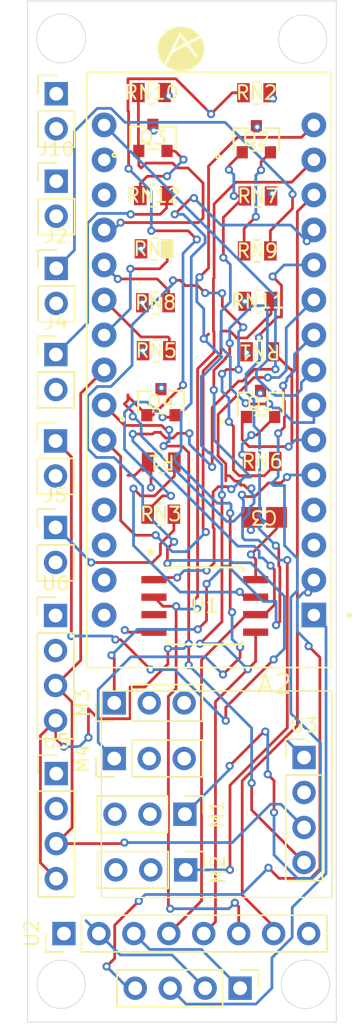
<source format=kicad_pcb>
(kicad_pcb (version 20221018) (generator pcbnew)
  (layers (0 "F.Cu" signal) (1 "In1.Cu" signal) (2 "In2.Cu" signal) (31 "B.Cu" signal) (34 "B.Paste" user) (35 "F.Paste" user) (36 "B.SilkS" user "B.Silkscreen") (37 "F.SilkS" user "F.Silkscreen") (38 "B.Mask" user) (39 "F.Mask" user) (44 "Edge.Cuts" user))
  (net 0 "")
  (net 1 "/D3")
  (net 2 "Net-(Q1-S)")
  (net 3 "GND")
  (net 4 "/D4")
  (net 5 "Net-(Q2-S)")
  (net 6 "/A0")
  (net 7 "Net-(Q3-S)")
  (net 8 "/D2")
  (net 9 "Net-(Q4-S)")
  (net 10 "/SERVO1")
  (net 11 "/SERVO3")
  (net 12 "/SERVO4")
  (net 13 "/FLASH_CS")
  (net 14 "/MOSI")
  (net 16 "/MISO")
  (net 17 "/SCK")
  (net 18 "Net-(U1-{slash}HOLD_or_{slash}RESET_(IO3))")
  (net 19 "+3.3V")
  (net 20 "Net-(J4-Pin_1)")
  (net 21 "BATT")
  (net 22 "/A6")
  (net 23 "Net-(J2-Pin_1)")
  (net 24 "/A1")
  (net 25 "Net-(J1-Pin_1)")
  (net 26 "/A2")
  (net 27 "/A3")
  (net 28 "Net-(J5-Pin_1)")
  (net 29 "/SDA")
  (net 30 "/SCL")
  (net 31 "/TX")
  (net 32 "/RX")
  (net 34 "/SERVO2")
  (net 35 "/SD_CS")
  (net 37 "/A7")
  (net 42 "/BATT+")
  (footprint "BrownoutV1_footprints:SMDresistor" (layer "F.Cu") (at 192.151 73.787)
    (fp_text reference "RN3")
    (fp_text value "1 OHM")
  )
  (footprint "BrownoutV1_footprints:PinHeader_1x02_P2.54mm_Vertical" (layer "F.Cu") (at 184.5564 43.2816)
    (fp_text reference "J3" hide)
    (fp_text value "Screw_Terminal_01x02" hide)
  )
  (footprint "BrownoutV1_footprints:servo" (layer "F.Cu") (at 193.9648 99.5934 -90)
    (fp_text reference "M2")
    (fp_text value "Motor_Servo_JR")
  )
  (footprint "BrownoutV1_footprints:SMDresistor" (layer "F.Cu") (at 191.77 58.4454)
    (fp_text reference "RN8")
    (fp_text value "100KOHM")
  )
  (footprint "BrownoutV1_footprints:smdnchanelmsofet" (layer "F.Cu") (at 191.5795 46.482)
    (fp_text reference "Q3")
    (fp_text value "NTR2101P")
  )
  (footprint "BrownoutV1_footprints:logo3" (layer "F.Cu") (at 193.650867 39.951667)
    (fp_text reference "G***" hide)
    (fp_text value "LOGO" hide)
  )
  (footprint "BrownoutV1_footprints:SMDresistor" (layer "F.Cu") (at 199.2122 50.6984)
    (fp_text reference "RN7")
    (fp_text value "470ohm")
  )
  (footprint "BrownoutV1_footprints:PinHeader_1x02_P2.54mm_Vertical" (layer "F.Cu") (at 184.5564 55.9512)
    (fp_text reference "J2")
    (fp_text value "Screw_Terminal_01x02" hide)
  )
  (footprint "BrownoutV1_footprints:PinHeader_1x08_P2.54mm_Vertical" (layer "F.Cu") (at 185.1152 104.2162 90)
    (fp_text reference "U2")
    (fp_text value "~" hide)
  )
  (footprint "BrownoutV1_footprints:PinHeader_1x04_P2.54mm_Vertical" (layer "F.Cu") (at 197.9168 108.1786 -90)
    (fp_text reference "REF**" hide)
    (fp_text value "PinHeader_1x04_P2.54mm_Vertical" hide)
  )
  (footprint "BrownoutV1_footprints:servo" (layer "F.Cu") (at 193.9036 95.5548 -90)
    (fp_text reference "M1")
    (fp_text value "Motor_Servo_JR")
  )
  (footprint "BrownoutV1_footprints:PinHeader_1x02_P2.54mm_Vertical" (layer "F.Cu") (at 184.531 62.2046)
    (fp_text reference "J4")
    (fp_text value "Screw_Terminal_01x02" hide)
  )
  (footprint "BrownoutV1_footprints:smdnchanelmsofet" (layer "F.Cu") (at 199.0979 46.5836)
    (fp_text reference "Q2")
    (fp_text value "NTR2101P")
  )
  (footprint "BrownoutV1_footprints:22pfcap" (layer "F.Cu") (at 199.659399 74.0156 180)
    (fp_text reference "C3")
    (fp_text value "22pf")
  )
  (footprint "BrownoutV1_footprints:servo" (layer "F.Cu") (at 188.7728 87.4776 90)
    (fp_text reference "M3")
    (fp_text value "Motor_Servo_JR")
  )
  (footprint "BrownoutV1_footprints:PinHeader_1x02_P2.54mm_Vertical" (layer "F.Cu") (at 184.5564 49.6266)
    (fp_text reference "J10")
    (fp_text value "Screw_Terminal_01x02" hide)
  )
  (footprint "BrownoutV1_footprints:SMDresistor" (layer "F.Cu") (at 191.4779 43.1927)
    (fp_text reference "RN10")
    (fp_text value "470ohm")
  )
  (footprint "BrownoutV1_footprints:SMDresistor" (layer "F.Cu") (at 191.6684 54.5338)
    (fp_text reference "RN4")
    (fp_text value "100KOHM")
  )
  (footprint "BrownoutV1_footprints:SMDresistor" (layer "F.Cu") (at 199.2122 58.3438)
    (fp_text reference "RN11")
    (fp_text value "100KOHM")
  )
  (footprint "BrownoutV1_footprints:smdnchanelmsofet" (layer "F.Cu") (at 192.1637 65.659)
    (fp_text reference "Q4")
    (fp_text value "NTR2101P")
  )
  (footprint "BrownoutV1_footprints:PinHeader_1x04_P2.54mm_Vertical" (layer "F.Cu") (at 180.7194 82.8024)
    (fp_text reference "U3")
    (fp_text value "~")
  )
  (footprint "BrownoutV1_footprints:flash" (layer "F.Cu") (at 195.3514 80.4418)
    (fp_text reference "U1")
    (fp_text value "W25Q128JVSIQ")
  )
  (footprint "BrownoutV1_footprints:SMDresistor" (layer "F.Cu") (at 199.3392 62.0014 180)
    (fp_text reference "RN1")
    (fp_text value "470ohm" hide)
  )
  (footprint "BrownoutV1_footprints:smdnchanelmsofet" (layer "F.Cu") (at 199.4027 65.786)
    (fp_text reference "Q1")
    (fp_text value "NTR2101P")
  )
  (footprint "BrownoutV1_footprints:SMDresistor" (layer "F.Cu") (at 199.517 69.9516)
    (fp_text reference "RN6")
    (fp_text value "1 OHM")
  )
  (footprint "BrownoutV1_footprints:SMDresistor" (layer "F.Cu") (at 191.6176 50.673)
    (fp_text reference "RN12")
    (fp_text value "1 OHM")
  )
  (footprint "BrownoutV1_footprints:SMDresistor" (layer "F.Cu") (at 199.1614 54.6862)
    (fp_text reference "RN9")
    (fp_text value "1 OHM")
  )
  (footprint "BrownoutV1_footprints:PinHeader_1x04_P2.54mm_Vertical" (layer "F.Cu") (at 184.5564 92.6084)
    (fp_text reference "U5")
    (fp_text value "~")
  )
  (footprint "BrownoutV1_footprints:PinHeader_1x04_P2.54mm_Vertical" (layer "F.Cu") (at 184.5056 81.1376)
    (fp_text reference "U6")
    (fp_text value "~")
  )
  (footprint "BrownoutV1_footprints:servo" (layer "F.Cu") (at 188.7728 91.5162 90)
    (fp_text reference "M4")
    (fp_text value "Motor_Servo_JR")
  )
  (footprint "BrownoutV1_footprints:SMDresistor" (layer "F.Cu") (at 191.8208 61.9252)
    (fp_text reference "RN5")
    (fp_text value "100KOHM")
  )
  (footprint "BrownoutV1_footprints:PinHeader_1x02_P2.54mm_Vertical" (layer "F.Cu") (at 184.5056 68.4734)
    (fp_text reference "J1" hide)
    (fp_text value "Screw_Terminal_01x02" hide)
  )
  (footprint "BrownoutV1_footprints:PinHeader_1x02_P2.54mm_Vertical" (layer "F.Cu") (at 184.5056 74.7472)
    (fp_text reference "J5")
    (fp_text value "Screw_Terminal_01x02" hide)
  )
  (footprint "BrownoutV1_footprints:SMDresistor" (layer "F.Cu") (at 192.1891 70.0024 180)
    (fp_text reference "R1")
    (fp_text value "10M")
  )
  (footprint "BrownoutV1_footprints:SMDresistor" (layer "F.Cu") (at 199.1106 43.2054)
    (fp_text reference "RN2")
    (fp_text value "470ohm")
  )
  (footprint "BrownoutV1_footprints:Arduino_nano_33_iot" (layer "F.Cu") (at 195.6562 63.3222 180)
    (fp_text reference "A2")
    (fp_text value "Arduino_Nano_Every" hide)
  )
  (gr_circle (center 184.912 39.2684) (end 186.436 40.1828) (stroke (width 0.05)) (fill none) (layer "Edge.Cuts"))
  (gr_circle (center 202.4634 39.319384) (end 204.216184 39.319384) (stroke (width 0.05)) (fill none) (layer "Edge.Cuts"))
  (gr_circle (center 202.6666 107.8992) (end 203.3524 109.5248) (stroke (width 0.05)) (fill none) (layer "Edge.Cuts"))
  (gr_circle (center 184.912 107.8992) (end 185.8518 109.3724) (stroke (width 0.05)) (fill none) (layer "Edge.Cuts"))
  (gr_rect (start 182.4736 36.5506) (end 204.9018 110.6424) (stroke (width 0.05)) (fill none) (layer "Edge.Cuts"))
  (segment (start 201.549 63.2587) (end 201.6125 63.2587) (width 0.2) (layer "F.Cu") (net 1))
  (segment (start 201.6762 63.3224) (end 201.6762 68.6562) (width 0.2) (layer "F.Cu") (net 1))
  (segment (start 201.6762 68.6562) (end 201.676 68.6562) (width 0.2) (layer "F.Cu") (net 1))
  (segment (start 200.2917 62.0014) (end 201.549 63.2587) (width 0.2) (layer "F.Cu") (net 1))
  (segment (start 201.676 68.6562) (end 201.4474 68.8848) (width 0.2) (layer "F.Cu") (net 1))
  (segment (start 198.0692 68.387129) (end 198.0692 67.0395) (width 0.2) (layer "F.Cu") (net 1))
  (segment (start 201.4474 68.8848) (end 198.566871 68.8848) (width 0.2) (layer "F.Cu") (net 1))
  (segment (start 198.566871 68.8848) (end 198.0692 68.387129) (width 0.2) (layer "F.Cu") (net 1))
  (segment (start 198.0692 67.0395) (end 198.377701 66.730999) (width 0.2) (layer "F.Cu") (net 1))
  (segment (start 201.6125 63.2587) (end 201.6762 63.3224) (width 0.2) (layer "F.Cu") (net 1))
  (via (at 201.4474 68.8848) (size 0.6) (drill 0.3) (layers "F.Cu" "B.Cu") (net 1))
  (segment (start 203.2762 68.4022) (end 201.93 68.4022) (width 0.2) (layer "B.Cu") (net 1))
  (segment (start 201.93 68.4022) (end 201.4474 68.8848) (width 0.2) (layer "B.Cu") (net 1))
  (segment (start 199.112098 68.0466) (end 198.7333 68.0466) (width 0.2) (layer "F.Cu") (net 2))
  (segment (start 198.5518 69.9516) (end 198.0692 69.469) (width 0.2) (layer "F.Cu") (net 2))
  (segment (start 200.427699 66.730999) (end 199.112098 68.0466) (width 0.2) (layer "F.Cu") (net 2))
  (segment (start 198.5645 69.9516) (end 198.5518 69.9516) (width 0.2) (layer "F.Cu") (net 2))
  (via (at 198.0692 69.469) (size 0.6) (drill 0.3) (layers "F.Cu" "B.Cu") (net 2))
  (via (at 198.7333 68.0466) (size 0.6) (drill 0.3) (layers "F.Cu" "B.Cu") (net 2))
  (segment (start 198.0692 68.7107) (end 198.7333 68.0466) (width 0.2) (layer "B.Cu") (net 2))
  (segment (start 198.0692 69.469) (end 198.0692 68.7107) (width 0.2) (layer "B.Cu") (net 2))
  (segment (start 191.5795 45.537) (end 191.5795 45.8908) (width 0.2) (layer "F.Cu") (net 3))
  (segment (start 199.1054 45.6386) (end 199.1614 45.6946) (width 0.2) (layer "F.Cu") (net 3))
  (segment (start 200.0631 43.3705) (end 200.3044 43.6118) (width 0.2) (layer "F.Cu") (net 3))
  (segment (start 199.4027 64.985901) (end 199.376825 65.011776) (width 0.2) (layer "F.Cu") (net 3))
  (segment (start 192.1637 64.6557) (end 192.2018 64.6176) (width 0.2) (layer "F.Cu") (net 3))
  (segment (start 192.4304 43.1927) (end 192.4939 43.1927) (width 0.2) (layer "F.Cu") (net 3))
  (segment (start 198.755 74.0156) (end 198.755 74.8691) (width 0.2) (layer "F.Cu") (net 3))
  (segment (start 192.4939 43.1927) (end 192.7352 43.434) (width 0.2) (layer "F.Cu") (net 3))
  (segment (start 198.755 74.8691) (end 198.6941 74.93) (width 0.2) (layer "F.Cu") (net 3))
  (segment (start 200.0631 43.2054) (end 200.0631 43.3705) (width 0.2) (layer "F.Cu") (net 3))
  (segment (start 198.755 74.263597) (end 198.829813 74.33841) (width 0.2) (layer "F.Cu") (net 3))
  (segment (start 191.6557 82.3468) (end 189.6872 82.3468) (width 0.2) (layer "F.Cu") (net 3))
  (segment (start 198.3867 62.0597) (end 198.4046 62.0776) (width 0.2) (layer "F.Cu") (net 3))
  (segment (start 199.0979 45.6386) (end 199.1054 45.6386) (width 0.2) (layer "F.Cu") (net 3))
  (segment (start 198.3867 62.0014) (end 198.3867 62.0597) (width 0.2) (layer "F.Cu") (net 3))
  (segment (start 192.1637 64.714) (end 192.1637 64.6557) (width 0.2) (layer "F.Cu") (net 3))
  (segment (start 198.755 74.0156) (end 198.755 74.263597) (width 0.2) (layer "F.Cu") (net 3))
  (segment (start 191.5795 45.8908) (end 191.643 45.9543) (width 0.2) (layer "F.Cu") (net 3))
  (segment (start 200.1647 50.6095) (end 200.2536 50.5206) (width 0.2) (layer "F.Cu") (net 3))
  (segment (start 199.4027 64.841) (end 199.4027 64.985901) (width 0.2) (layer "F.Cu") (net 3))
  (segment (start 189.6872 82.3468) (end 189.5348 82.1944) (width 0.2) (layer "F.Cu") (net 3))
  (segment (start 200.1647 50.6984) (end 200.1647 50.6095) (width 0.2) (layer "F.Cu") (net 3))
  (via (at 189.5348 82.1944) (size 0.6) (drill 0.3) (layers "F.Cu" "B.Cu") (net 3))
  (via (at 200.3044 43.6118) (size 0.6) (drill 0.3) (layers "F.Cu" "B.Cu") (net 3))
  (via (at 199.1614 45.6946) (size 0.6) (drill 0.3) (layers "F.Cu" "B.Cu") (net 3))
  (via (at 192.7352 43.434) (size 0.6) (drill 0.3) (layers "F.Cu" "B.Cu") (net 3))
  (via (at 198.4046 62.0776) (size 0.6) (drill 0.3) (layers "F.Cu" "B.Cu") (net 3))
  (via (at 192.2018 64.6176) (size 0.6) (drill 0.3) (layers "F.Cu" "B.Cu") (net 3))
  (via (at 198.6941 74.93) (size 0.6) (drill 0.3) (layers "F.Cu" "B.Cu") (net 3))
  (via (at 191.643 45.9543) (size 0.6) (drill 0.3) (layers "F.Cu" "B.Cu") (net 3))
  (via (at 200.2536 50.5206) (size 0.6) (drill 0.3) (layers "F.Cu" "B.Cu") (net 3))
  (via (at 199.376825 65.011776) (size 0.6) (drill 0.3) (layers "F.Cu" "B.Cu") (net 3))
  (segment (start 197.9168 108.1786) (end 195.1044 105.3662) (width 0.2) (layer "B.Cu") (net 3))
  (segment (start 191.3452 105.3662) (end 190.1952 104.2162) (width 0.2) (layer "B.Cu") (net 3))
  (segment (start 195.1044 105.3662) (end 191.3452 105.3662) (width 0.2) (layer "B.Cu") (net 3))
  (segment (start 197.104 48.7934) (end 197.104 48.4975) (width 0.2) (layer "F.Cu") (net 4))
  (segment (start 198.374997 65.786997) (end 198.3232 65.7352) (width 0.2) (layer "F.Cu") (net 4))
  (segment (start 196.6976 52.2605) (end 198.2597 50.6984) (width 0.2) (layer "F.Cu") (net 4))
  (segment (start 198.2597 50.6984) (end 197.4596 50.6984) (width 0.2) (layer "F.Cu") (net 4))
  (segment (start 198.3232 65.7352) (end 198.359013 65.699387) (width 0.2) (layer "F.Cu") (net 4))
  (segment (start 196.6976 55.1688) (end 196.6976 52.2605) (width 0.2) (layer "F.Cu") (net 4))
  (segment (start 198.370503 65.687897) (end 198.3232 65.7352) (width 0.2) (layer "F.Cu") (net 4))
  (segment (start 197.104 48.4975) (end 198.072901 47.528599) (width 0.2) (layer "F.Cu") (net 4))
  (segment (start 200.025 65.786997) (end 198.374997 65.786997) (width 0.2) (layer "F.Cu") (net 4))
  (via (at 198.3232 65.7352) (size 0.6) (drill 0.3) (layers "F.Cu" "B.Cu") (net 4))
  (via (at 197.104 48.7934) (size 0.6) (drill 0.3) (layers "F.Cu" "B.Cu") (net 4))
  (via (at 200.025 65.786997) (size 0.6) (drill 0.3) (layers "F.Cu" "B.Cu") (net 4))
  (via (at 196.6976 55.1688) (size 0.6) (drill 0.3) (layers "F.Cu" "B.Cu") (net 4))
  (via (at 197.4596 50.6984) (size 0.6) (drill 0.3) (layers "F.Cu" "B.Cu") (net 4))
  (segment (start 203.271315 67.139877) (end 203.2762 67.134992) (width 0.2) (layer "B.Cu") (net 4))
  (segment (start 197.2056 62.357) (end 197.2056 64.6176) (width 0.2) (layer "B.Cu") (net 4))
  (segment (start 197.2056 64.6176) (end 198.3232 65.7352) (width 0.2) (layer "B.Cu") (net 4))
  (segment (start 197.4596 50.6984) (end 197.4596 49.149) (width 0.2) (layer "B.Cu") (net 4))
  (segment (start 200.7355 66.0806) (end 200.318603 66.0806) (width 0.2) (layer "B.Cu") (net 4))
  (segment (start 200.7355 66.0806) (end 201.794777 67.139877) (width 0.2) (layer "B.Cu") (net 4))
  (segment (start 197.2061 55.6773) (end 197.2061 58.3941) (width 0.2) (layer "B.Cu") (net 4))
  (segment (start 196.5452 59.055) (end 196.5452 61.6966) (width 0.2) (layer "B.Cu") (net 4))
  (segment (start 197.4596 49.149) (end 197.104 48.7934) (width 0.2) (layer "B.Cu") (net 4))
  (segment (start 197.2061 58.3941) (end 196.5452 59.055) (width 0.2) (layer "B.Cu") (net 4))
  (segment (start 196.5452 61.6966) (end 197.2056 62.357) (width 0.2) (layer "B.Cu") (net 4))
  (segment (start 196.6976 55.1688) (end 197.2061 55.6773) (width 0.2) (layer "B.Cu") (net 4))
  (segment (start 200.318603 66.0806) (end 200.025 65.786997) (width 0.2) (layer "B.Cu") (net 4))
  (segment (start 203.2762 67.134992) (end 203.2762 65.8622) (width 0.2) (layer "B.Cu") (net 4))
  (segment (start 201.794777 67.139877) (end 203.271315 67.139877) (width 0.2) (layer "B.Cu") (net 4))
  (segment (start 199.4408 48.8188) (end 199.4408 48.210698) (width 0.2) (layer "F.Cu") (net 5))
  (segment (start 198.2089 54.6862) (end 198.2089 53.058) (width 0.2) (layer "F.Cu") (net 5))
  (segment (start 198.2089 53.058) (end 199.0598 52.2071) (width 0.2) (layer "F.Cu") (net 5))
  (segment (start 199.4408 48.210698) (end 200.122899 47.528599) (width 0.2) (layer "F.Cu") (net 5))
  (via (at 199.0598 52.2071) (size 0.6) (drill 0.3) (layers "F.Cu" "B.Cu") (net 5))
  (via (at 199.4408 48.8188) (size 0.6) (drill 0.3) (layers "F.Cu" "B.Cu") (net 5))
  (segment (start 199.0598 49.1998) (end 199.4408 48.8188) (width 0.2) (layer "B.Cu") (net 5))
  (segment (start 199.0598 52.2071) (end 199.0598 49.1998) (width 0.2) (layer "B.Cu") (net 5))
  (segment (start 193.3702 48.6664) (end 193.0146 48.3108) (width 0.2) (layer "F.Cu") (net 6))
  (segment (start 189.23 52.6288) (end 194.8942 52.6288) (width 0.2) (layer "F.Cu") (net 6))
  (segment (start 191.0842 48.3108) (end 190.7286 48.6664) (width 0.2) (layer "F.Cu") (net 6))
  (segment (start 194.1322 48.6664) (end 193.3702 48.6664) (width 0.2) (layer "F.Cu") (net 6))
  (segment (start 195.2244 52.2986) (end 195.2244 49.7586) (width 0.2) (layer "F.Cu") (net 6))
  (segment (start 190.554501 48.492301) (end 190.554501 47.426999) (width 0.2) (layer "F.Cu") (net 6))
  (segment (start 194.8942 52.6288) (end 195.2244 52.2986) (width 0.2) (layer "F.Cu") (net 6))
  (segment (start 193.0146 48.3108) (end 191.0842 48.3108) (width 0.2) (layer "F.Cu") (net 6))
  (segment (start 195.2244 49.7586) (end 194.1322 48.6664) (width 0.2) (layer "F.Cu") (net 6))
  (segment (start 190.5254 43.1927) (end 190.5254 47.397898) (width 0.2) (layer "F.Cu") (net 6))
  (segment (start 190.7286 48.6664) (end 190.554501 48.492301) (width 0.2) (layer "F.Cu") (net 6))
  (segment (start 190.5254 47.397898) (end 190.554501 47.426999) (width 0.2) (layer "F.Cu") (net 6))
  (via (at 189.23 52.6288) (size 0.6) (drill 0.3) (layers "F.Cu" "B.Cu") (net 6))
  (segment (start 188.0362 53.1622) (end 188.6966 53.1622) (width 0.2) (layer "B.Cu") (net 6))
  (segment (start 188.6966 53.1622) (end 189.23 52.6288) (width 0.2) (layer "B.Cu") (net 6))
  (segment (start 192.604499 47.426999) (end 193.172199 47.426999) (width 0.2) (layer "F.Cu") (net 7))
  (segment (start 190.6651 49.7745) (end 190.6651 50.673) (width 0.2) (layer "F.Cu") (net 7))
  (segment (start 193.172199 47.426999) (end 193.802 48.0568) (width 0.2) (layer "F.Cu") (net 7))
  (segment (start 192.607268 49.265445) (end 191.174155 49.265445) (width 0.2) (layer "F.Cu") (net 7))
  (segment (start 191.174155 49.265445) (end 190.6651 49.7745) (width 0.2) (layer "F.Cu") (net 7))
  (via (at 192.607268 49.265445) (size 0.6) (drill 0.3) (layers "F.Cu" "B.Cu") (net 7))
  (via (at 193.802 48.0568) (size 0.6) (drill 0.3) (layers "F.Cu" "B.Cu") (net 7))
  (segment (start 193.802 48.070713) (end 192.607268 49.265445) (width 0.2) (layer "B.Cu") (net 7))
  (segment (start 193.802 48.0568) (end 193.802 48.070713) (width 0.2) (layer "B.Cu") (net 7))
  (segment (start 193.248 42.1942) (end 195.8086 44.7548) (width 0.2) (layer "F.Cu") (net 8))
  (segment (start 191.138701 66.603999) (end 189.7634 65.228698) (width 0.2) (layer "F.Cu") (net 8))
  (segment (start 191.0931 66.6496) (end 191.138701 66.603999) (width 0.2) (layer "F.Cu") (net 8))
  (segment (start 200.903518 71.511482) (end 200.182218 71.511482) (width 0.2) (layer "F.Cu") (net 8))
  (segment (start 189.8142 44.575156) (end 189.7682 44.529156) (width 0.2) (layer "F.Cu") (net 8))
  (segment (start 191.138701 66.603999) (end 191.576901 66.603999) (width 0.2) (layer "F.Cu") (net 8))
  (segment (start 189.7682 44.529156) (end 189.7682 42.1942) (width 0.2) (layer "F.Cu") (net 8))
  (segment (start 194.773575 53.857888) (end 194.143987 53.2283) (width 0.2) (layer "F.Cu") (net 8))
  (segment (start 189.7634 65.228698) (end 189.7634 65.1256) (width 0.2) (layer "F.Cu") (net 8))
  (segment (start 189.8142 48.7172) (end 189.8142 44.575156) (width 0.2) (layer "F.Cu") (net 8))
  (segment (start 190.1185 66.3951) (end 189.5094 65.786) (width 0.2) (layer "F.Cu") (net 8))
  (segment (start 189.5094 65.786) (end 189.7634 65.532) (width 0.2) (layer "F.Cu") (net 8))
  (segment (start 190.1185 66.7004) (end 190.1185 66.3951) (width 0.2) (layer "F.Cu") (net 8))
  (segment (start 199.9328 71.561834) (end 198.982329 72.512305) (width 0.2) (layer "F.Cu") (net 8))
  (segment (start 201.3204 71.0946) (end 200.903518 71.511482) (width 0.2) (layer "F.Cu") (net 8))
  (segment (start 200.182218 71.511482) (end 199.983152 71.511482) (width 0.2) (layer "F.Cu") (net 8))
  (segment (start 194.143987 53.2283) (end 191.4654 53.2283) (width 0.2) (layer "F.Cu") (net 8))
  (segment (start 198.982329 72.512305) (end 198.185323 72.512305) (width 0.2) (layer "F.Cu") (net 8))
  (segment (start 189.7682 42.1942) (end 193.248 42.1942) (width 0.2) (layer "F.Cu") (net 8))
  (segment (start 195.8086 44.7548) (end 197.358 43.2054) (width 0.2) (layer "F.Cu") (net 8))
  (segment (start 198.185323 72.512305) (end 198.049138 72.37612) (width 0.2) (layer "F.Cu") (net 8))
  (segment (start 197.358 43.2054) (end 198.1581 43.2054) (width 0.2) (layer "F.Cu") (net 8))
  (segment (start 199.983152 71.511482) (end 199.9328 71.561834) (width 0.2) (layer "F.Cu") (net 8))
  (segment (start 189.7634 65.532) (end 189.7634 65.1256) (width 0.2) (layer "F.Cu") (net 8))
  (segment (start 191.576901 66.603999) (end 193.7665 64.4144) (width 0.2) (layer "F.Cu") (net 8))
  (via (at 195.8086 44.7548) (size 0.6) (drill 0.3) (layers "F.Cu" "B.Cu") (net 8))
  (via (at 190.1185 66.7004) (size 0.6) (drill 0.3) (layers "F.Cu" "B.Cu") (net 8))
  (via (at 189.8142 48.7172) (size 0.6) (drill 0.3) (layers "F.Cu" "B.Cu") (net 8))
  (via (at 194.773575 53.857888) (size 0.6) (drill 0.3) (layers "F.Cu" "B.Cu") (net 8))
  (via (at 201.3204 71.0946) (size 0.6) (drill 0.3) (layers "F.Cu" "B.Cu") (net 8))
  (via (at 193.7665 64.4144) (size 0.6) (drill 0.3) (layers "F.Cu" "B.Cu") (net 8))
  (via (at 191.4654 53.2283) (size 0.6) (drill 0.3) (layers "F.Cu" "B.Cu") (net 8))
  (via (at 198.049138 72.37612) (size 0.6) (drill 0.3) (layers "F.Cu" "B.Cu") (net 8))
  (segment (start 190.7286 68.0974) (end 196.942 74.3108) (width 0.2) (layer "B.Cu") (net 8))
  (segment (start 197.444029 74.3108) (end 198.163183 73.591646) (width 0.2) (layer "B.Cu") (net 8))
  (segment (start 193.7665 64.4144) (end 193.7665 54.864963) (width 0.2) (layer "B.Cu") (net 8))
  (segment (start 193.7665 54.864963) (end 194.773575 53.857888) (width 0.2) (layer "B.Cu") (net 8))
  (segment (start 198.049138 72.652088) (end 198.163183 72.766133) (width 0.2) (layer "B.Cu") (net 8))
  (segment (start 191.4654 50.3684) (end 189.8142 48.7172) (width 0.2) (layer "B.Cu") (net 8))
  (segment (start 198.049138 72.37612) (end 198.049138 72.652088) (width 0.2) (layer "B.Cu") (net 8))
  (segment (start 203.2762 70.9422) (end 201.4728 70.9422) (width 0.2) (layer "B.Cu") (net 8))
  (segment (start 190.7286 67.2592) (end 190.1698 66.7004) (width 0.2) (layer "B.Cu") (net 8))
  (segment (start 191.4654 53.2283) (end 191.4654 50.3684) (width 0.2) (layer "B.Cu") (net 8))
  (segment (start 198.163183 73.591646) (end 198.163183 72.766133) (width 0.2) (layer "B.Cu") (net 8))
  (segment (start 201.4728 70.9422) (end 201.3204 71.0946) (width 0.2) (layer "B.Cu") (net 8))
  (segment (start 195.517256 44.463456) (end 195.8086 44.7548) (width 0.2) (layer "B.Cu") (net 8))
  (segment (start 190.7286 67.2592) (end 190.7286 68.0974) (width 0.2) (layer "B.Cu") (net 8))
  (segment (start 196.942 74.3108) (end 197.444029 74.3108) (width 0.2) (layer "B.Cu") (net 8))
  (segment (start 190.1698 66.7004) (end 190.1185 66.7004) (width 0.2) (layer "B.Cu") (net 8))
  (segment (start 191.1985 73.787) (end 191.1985 73.531278) (width 0.2) (layer "F.Cu") (net 9))
  (segment (start 192.273678 72.4561) (end 192.8876 72.4561) (width 0.2) (layer "F.Cu") (net 9))
  (segment (start 193.041737 66.750961) (end 193.188699 66.603999) (width 0.2) (layer "F.Cu") (net 9))
  (segment (start 192.277761 66.750961) (end 193.041737 66.750961) (width 0.2) (layer "F.Cu") (net 9))
  (segment (start 191.1985 73.531278) (end 192.273678 72.4561) (width 0.2) (layer "F.Cu") (net 9))
  (via (at 192.277761 66.750961) (size 0.6) (drill 0.3) (layers "F.Cu" "B.Cu") (net 9))
  (via (at 192.8876 72.4561) (size 0.6) (drill 0.3) (layers "F.Cu" "B.Cu") (net 9))
  (segment (start 192.8876 72.4561) (end 189.519 69.0875) (width 0.2) (layer "B.Cu") (net 9))
  (segment (start 190.267877 65.652194) (end 191.178994 65.652194) (width 0.2) (layer "B.Cu") (net 9))
  (segment (start 189.519 69.0875) (end 189.519 66.401071) (width 0.2) (layer "B.Cu") (net 9))
  (segment (start 191.178994 65.652194) (end 192.277761 66.750961) (width 0.2) (layer "B.Cu") (net 9))
  (segment (start 189.519 66.401071) (end 190.267877 65.652194) (width 0.2) (layer "B.Cu") (net 9))
  (segment (start 199.644 89.5604) (end 197.1548 92.0496) (width 0.2) (layer "F.Cu") (net 10))
  (segment (start 200.3806 93.1164) (end 199.9234 92.6592) (width 0.2) (layer "F.Cu") (net 10))
  (segment (start 201.095356 65.576056) (end 201.0767 65.5574) (width 0.2) (layer "F.Cu") (net 10))
  (segment (start 201.0767 65.5574) (end 201.0767 64.5009) (width 0.2) (layer "F.Cu") (net 10))
  (segment (start 201.134099 67.470901) (end 201.134099 65.576056) (width 0.2) (layer "F.Cu") (net 10))
  (segment (start 201.0767 64.5009) (end 201.041 64.4652) (width 0.2) (layer "F.Cu") (net 10))
  (segment (start 199.7456 89.5604) (end 199.644 89.5604) (width 0.2) (layer "F.Cu") (net 10))
  (segment (start 201.134099 65.576056) (end 201.095356 65.576056) (width 0.2) (layer "F.Cu") (net 10))
  (segment (start 200.6854 67.9196) (end 201.134099 67.470901) (width 0.2) (layer "F.Cu") (net 10))
  (segment (start 200.3806 95.4278) (end 200.3806 93.1164) (width 0.2) (layer "F.Cu") (net 10))
  (segment (start 203.2762 60.7822) (end 203.2762 61.3664) (width 0.2) (layer "F.Cu") (net 10))
  (via (at 200.6854 67.9196) (size 0.6) (drill 0.3) (layers "F.Cu" "B.Cu") (net 10))
  (via (at 197.1548 92.0496) (size 0.6) (drill 0.3) (layers "F.Cu" "B.Cu") (net 10))
  (via (at 200.3806 95.4278) (size 0.6) (drill 0.3) (layers "F.Cu" "B.Cu") (net 10))
  (via (at 201.041 64.4652) (size 0.6) (drill 0.3) (layers "F.Cu" "B.Cu") (net 10))
  (via (at 199.9234 92.6592) (size 0.6) (drill 0.3) (layers "F.Cu" "B.Cu") (net 10))
  (via (at 199.7456 89.5604) (size 0.6) (drill 0.3) (layers "F.Cu" "B.Cu") (net 10))
  (segment (start 200.6854 67.9196) (end 200.6854 71.0692) (width 0.2) (layer "B.Cu") (net 10))
  (segment (start 197.1548 92.0496) (end 197.1548 92.3036) (width 0.2) (layer "B.Cu") (net 10))
  (segment (start 201.1426 71.7042) (end 200.3298 71.7042) (width 0.2) (layer "B.Cu") (net 10))
  (segment (start 200.1901 71.5645) (end 200.136 71.5104) (width 0.2) (layer "B.Cu") (net 10))
  (segment (start 203.7588 90.3986) (end 202.0762 88.716) (width 0.2) (layer "B.Cu") (net 10))
  (segment (start 201.8696 62.1888) (end 203.2762 60.7822) (width 0.2) (layer "B.Cu") (net 10))
  (segment (start 197.1548 92.3036) (end 193.9036 95.5548) (width 0.2) (layer "B.Cu") (net 10))
  (segment (start 199.9234 92.6592) (end 199.9234 89.7382) (width 0.2) (layer "B.Cu") (net 10))
  (segment (start 202.0762 76.996271) (end 202.0762 79.336514) (width 0.2) (layer "B.Cu") (net 10))
  (segment (start 201.5998 79.812914) (end 201.5998 88.2396) (width 0.2) (layer "B.Cu") (net 10))
  (segment (start 201.8696 63.3826) (end 201.8696 62.1888) (width 0.2) (layer "B.Cu") (net 10))
  (segment (start 201.041 64.373929) (end 201.3204 64.094529) (width 0.2) (layer "B.Cu") (net 10))
  (segment (start 202.087054 100.2084) (end 203.1692 100.2084) (width 0.2) (layer "B.Cu") (net 10))
  (segment (start 203.1692 100.2084) (end 203.7588 99.6188) (width 0.2) (layer "B.Cu") (net 10))
  (segment (start 202.0762 76.996271) (end 201.1426 76.062671) (width 0.2) (layer "B.Cu") (net 10))
  (segment (start 201.3204 63.9318) (end 201.8696 63.3826) (width 0.2) (layer "B.Cu") (net 10))
  (segment (start 201.041 64.4652) (end 201.041 64.373929) (width 0.2) (layer "B.Cu") (net 10))
  (segment (start 200.6854 71.0692) (end 200.1901 71.5645) (width 0.2) (layer "B.Cu") (net 10))
  (segment (start 201.5998 88.2396) (end 202.1586 88.7984) (width 0.2) (layer "B.Cu") (net 10))
  (segment (start 201.1426 76.062671) (end 201.1426 71.7042) (width 0.2) (layer "B.Cu") (net 10))
  (segment (start 200.3298 71.7042) (end 200.1901 71.5645) (width 0.2) (layer "B.Cu") (net 10))
  (segment (start 203.7588 99.6188) (end 203.7588 90.3986) (width 0.2) (layer "B.Cu") (net 10))
  (segment (start 202.0762 79.336514) (end 201.5998 79.812914) (width 0.2) (layer "B.Cu") (net 10))
  (segment (start 201.3204 64.094529) (end 201.3204 63.9318) (width 0.2) (layer "B.Cu") (net 10))
  (segment (start 199.9234 89.7382) (end 199.7456 89.5604) (width 0.2) (layer "B.Cu") (net 10))
  (segment (start 200.3806 98.501946) (end 202.087054 100.2084) (width 0.2) (layer "B.Cu") (net 10))
  (segment (start 200.3806 95.4278) (end 200.3806 98.501946) (width 0.2) (layer "B.Cu") (net 10))
  (segment (start 200.7266 77.555114) (end 200.806 77.634515) (width 0.2) (layer "F.Cu") (net 11))
  (segment (start 188.7728 84.2264) (end 188.7728 87.4776) (width 0.2) (layer "F.Cu") (net 11))
  (segment (start 195.4784 81.5086) (end 194.8434 82.1436) (width 0.2) (layer "F.Cu") (net 11))
  (segment (start 188.5696 84.0232) (end 188.7728 84.2264) (width 0.2) (layer "F.Cu") (net 11))
  (segment (start 200.9219 57.1833) (end 200.9219 59.4789) (width 0.2) (layer "F.Cu") (net 11))
  (segment (start 200.279 56.5404) (end 200.9219 57.1833) (width 0.2) (layer "F.Cu") (net 11))
  (segment (start 200.806 81.5658) (end 200.533 81.8388) (width 0.2) (layer "F.Cu") (net 11))
  (segment (start 200.806 77.634515) (end 200.806 81.5658) (width 0.2) (layer "F.Cu") (net 11))
  (segment (start 200.512411 76.068189) (end 200.7266 76.282378) (width 0.2) (layer "F.Cu") (net 11))
  (segment (start 200.6171 59.4789) (end 199.1741 60.9219) (width 0.2) (layer "F.Cu") (net 11))
  (segment (start 200.7266 76.282378) (end 200.7266 77.555114) (width 0.2) (layer "F.Cu") (net 11))
  (segment (start 195.4784 78.8416) (end 195.4784 81.5086) (width 0.2) (layer "F.Cu") (net 11))
  (segment (start 200.9219 59.4789) (end 200.6171 59.4789) (width 0.2) (layer "F.Cu") (net 11))
  (via (at 195.4784 78.8416) (size 0.6) (drill 0.3) (layers "F.Cu" "B.Cu") (net 11))
  (via (at 199.278911 60.975911) (size 0.6) (drill 0.3) (layers "F.Cu" "B.Cu") (net 11))
  (via (at 200.512411 76.068189) (size 0.6) (drill 0.3) (layers "F.Cu" "B.Cu") (net 11))
  (via (at 188.5696 84.0232) (size 0.6) (drill 0.3) (layers "F.Cu" "B.Cu") (net 11))
  (via (at 200.533 81.8388) (size 0.6) (drill 0.3) (layers "F.Cu" "B.Cu") (net 11))
  (via (at 194.8434 82.1436) (size 0.6) (drill 0.3) (layers "F.Cu" "B.Cu") (net 11))
  (via (at 200.279 56.5404) (size 0.6) (drill 0.3) (layers "F.Cu" "B.Cu") (net 11))
  (segment (start 199.3328 62.6174) (end 199.3328 61.0298) (width 0.2) (layer "B.Cu") (net 11))
  (segment (start 199.2122 73.8632) (end 199.3333 73.7421) (width 0.2) (layer "B.Cu") (net 11))
  (segment (start 199.299391 74.855169) (end 200.512411 76.068189) (width 0.2) (layer "B.Cu") (net 11))
  (segment (start 200.533 80.1116) (end 199.5932 80.1116) (width 0.2) (layer "B.Cu") (net 11))
  (segment (start 203.2762 55.7022) (end 201.1172 55.7022) (width 0.2) (layer "B.Cu") (net 11))
  (segment (start 199.299391 74.7111) (end 199.628946 74.381546) (width 0.2) (layer "B.Cu") (net 11))
  (segment (start 199.3333 67.798071) (end 198.9232 67.387971) (width 0.2) (layer "B.Cu") (net 11))
  (segment (start 199.5932 80.1116) (end 197.0278 77.5462) (width 0.2) (layer "B.Cu") (net 11))
  (segment (start 199.299391 74.7111) (end 199.299391 74.855169) (width 0.2) (layer "B.Cu") (net 11))
  (segment (start 198.9232 65.486671) (end 198.3486 64.912071) (width 0.2) (layer "B.Cu") (net 11))
  (segment (start 197.0278 77.5462) (end 196.7738 77.5462) (width 0.2) (layer "B.Cu") (net 11))
  (segment (start 199.628946 74.279946) (end 199.2122 73.8632) (width 0.2) (layer "B.Cu") (net 11))
  (segment (start 198.3486 63.6016) (end 199.3328 62.6174) (width 0.2) (layer "B.Cu") (net 11))
  (segment (start 200.533 81.8388) (end 200.533 80.1116) (width 0.2) (layer "B.Cu") (net 11))
  (segment (start 199.3328 61.0298) (end 199.278911 60.975911) (width 0.2) (layer "B.Cu") (net 11))
  (segment (start 199.3333 73.7421) (end 199.3333 67.798071) (width 0.2) (layer "B.Cu") (net 11))
  (segment (start 198.9232 67.387971) (end 198.9232 65.486671) (width 0.2) (layer "B.Cu") (net 11))
  (segment (start 199.628946 74.381546) (end 199.628946 74.279946) (width 0.2) (layer "B.Cu") (net 11))
  (segment (start 194.8434 82.1436) (end 190.4492 82.1436) (width 0.2) (layer "B.Cu") (net 11))
  (segment (start 196.7738 77.5462) (end 195.4784 78.8416) (width 0.2) (layer "B.Cu") (net 11))
  (segment (start 199.628946 74.381546) (end 199.736 74.274491) (width 0.2) (layer "B.Cu") (net 11))
  (segment (start 190.4492 82.1436) (end 188.5696 84.0232) (width 0.2) (layer "B.Cu") (net 11))
  (segment (start 201.1172 55.7022) (end 200.279 56.5404) (width 0.2) (layer "B.Cu") (net 11))
  (segment (start 198.3486 64.912071) (end 198.3486 63.6016) (width 0.2) (layer "B.Cu") (net 11))
  (segment (start 203.2762 53.467) (end 202.7682 53.975) (width 0.2) (layer "F.Cu") (net 12))
  (segment (start 197.9168 84.1756) (end 196.6722 85.4202) (width 0.2) (layer "F.Cu") (net 12))
  (segment (start 197.1955 73.7108) (end 197.1955 80.7619) (width 0.2) (layer "F.Cu") (net 12))
  (segment (start 197.1955 80.7619) (end 197.3326 80.899) (width 0.2) (layer "F.Cu") (net 12))
  (segment (start 197.9168 83.439) (end 197.9168 84.1756) (width 0.2) (layer "F.Cu") (net 12))
  (segment (start 197.1955 73.6092) (end 197.1955 73.7108) (width 0.2) (layer "F.Cu") (net 12))
  (segment (start 194.3455 50.8508) (end 193.167 52.0293) (width 0.2) (layer "F.Cu") (net 12))
  (segment (start 194.564 50.8508) (end 194.3455 50.8508) (width 0.2) (layer "F.Cu") (net 12))
  (segment (start 203.2762 53.1622) (end 203.2762 53.467) (width 0.2) (layer "F.Cu") (net 12))
  (via (at 197.9168 83.439) (size 0.6) (drill 0.3) (layers "F.Cu" "B.Cu") (net 12))
  (via (at 193.167 52.0293) (size 0.6) (drill 0.3) (layers "F.Cu" "B.Cu") (net 12))
  (via (at 197.1955 73.7108) (size 0.6) (drill 0.3) (layers "F.Cu" "B.Cu") (net 12))
  (via (at 196.6722 85.4202) (size 0.6) (drill 0.3) (layers "F.Cu" "B.Cu") (net 12))
  (via (at 202.7682 53.975) (size 0.6) (drill 0.3) (layers "F.Cu" "B.Cu") (net 12))
  (via (at 194.564 50.8508) (size 0.6) (drill 0.3) (layers "F.Cu" "B.Cu") (net 12))
  (via (at 197.3326 80.899) (size 0.6) (drill 0.3) (layers "F.Cu" "B.Cu") (net 12))
  (segment (start 196.5198 52.8066) (end 194.564 50.8508) (width 0.2) (layer "B.Cu") (net 12))
  (segment (start 196.2562 72.99) (end 197.0882 72.99) (width 0.2) (layer "B.Cu") (net 12))
  (segment (start 193.167 69.9008) (end 196.2562 72.99) (width 0.2) (layer "B.Cu") (net 12))
  (segment (start 193.6281 66.4679) (end 193.6281 69.1857) (width 0.2) (layer "B.Cu") (net 12))
  (segment (start 187.6044 90.3478) (end 188.7728 91.5162) (width 0.2) (layer "B.Cu") (net 12))
  (segment (start 195.3864 84.1344) (end 189.9824 84.1344) (width 0.2) (layer "B.Cu") (net 12))
  (segment (start 197.2564 73.0758) (end 197.2564 73.6499) (width 0.2) (layer "B.Cu") (net 12))
  (segment (start 194.3665 65.7295) (end 193.6281 66.4679) (width 0.2) (layer "B.Cu") (net 12))
  (segment (start 197.1294 72.9488) (end 197.169812 72.989212) (width 0.2) (layer "B.Cu") (net 12))
  (segment (start 202.7682 53.975) (end 201.5998 52.8066) (width 0.2) (layer "B.Cu") (net 12))
  (segment (start 193.167 69.6468) (end 193.167 69.9008) (width 0.2) (layer "B.Cu") (net 12))
  (segment (start 194.3665 55.113492) (end 194.3665 65.7295) (width 0.2) (layer "B.Cu") (net 12))
  (segment (start 189.9824 84.1344) (end 187.6044 86.5124) (width 0.2) (layer "B.Cu") (net 12))
  (segment (start 197.1294 72.9488) (end 197.2564 73.0758) (width 0.2) (layer "B.Cu") (net 12))
  (segment (start 197.2564 73.6499) (end 197.1955 73.7108) (width 0.2) (layer "B.Cu") (net 12))
  (segment (start 197.3326 82.8548) (end 197.9168 83.439) (width 0.2) (layer "B.Cu") (net 12))
  (segment (start 193.793516 52.0293) (end 195.373575 53.609359) (width 0.2) (layer "B.Cu") (net 12))
  (segment (start 195.373575 53.609359) (end 195.373575 54.106417) (width 0.2) (layer "B.Cu") (net 12))
  (segment (start 193.6281 69.1857) (end 193.167 69.6468) (width 0.2) (layer "B.Cu") (net 12))
  (segment (start 193.167 52.0293) (end 193.793516 52.0293) (width 0.2) (layer "B.Cu") (net 12))
  (segment (start 197.0882 72.99) (end 197.1294 72.9488) (width 0.2) (layer "B.Cu") (net 12))
  (segment (start 197.1548 52.8066) (end 196.5198 52.8066) (width 0.2) (layer "B.Cu") (net 12))
  (segment (start 196.6722 85.4202) (end 195.3864 84.1344) (width 0.2) (layer "B.Cu") (net 12))
  (segment (start 201.5998 52.8066) (end 197.1548 52.8066) (width 0.2) (layer "B.Cu") (net 12))
  (segment (start 195.373575 54.106417) (end 194.3665 55.113492) (width 0.2) (layer "B.Cu") (net 12))
  (segment (start 187.6044 86.5124) (end 187.6044 90.3478) (width 0.2) (layer "B.Cu") (net 12))
  (segment (start 197.3326 80.899) (end 197.3326 82.8548) (width 0.2) (layer "B.Cu") (net 12))
  (segment (start 196.85 62.509171) (end 196.85 62.4586) (width 0.2) (layer "F.Cu") (net 13))
  (segment (start 196.0066 64.773929) (end 196.0066 63.352571) (width 0.2) (layer "F.Cu") (net 13))
  (segment (start 196.0276 77.3272) (end 195.4784 77.8764) (width 0.2) (layer "F.Cu") (net 13))
  (segment (start 197.205578 71.79) (end 197.205578 71.900508) (width 0.2) (layer "F.Cu") (net 13))
  (segment (start 197.205578 71.900508) (end 197.27825 71.97318) (width 0.2) (layer "F.Cu") (net 13))
  (segment (start 195.953465 72.168935) (end 195.953465 74.759736) (width 0.2) (layer "F.Cu") (net 13))
  (segment (start 196.0276 74.833871) (end 196.0276 77.3272) (width 0.2) (layer "F.Cu") (net 13))
  (segment (start 197.16343 61.379967) (end 197.16343 62.14517) (width 0.2) (layer "F.Cu") (net 13))
  (segment (start 197.205578 71.79) (end 196.3324 71.79) (width 0.2) (layer "F.Cu") (net 13))
  (segment (start 196.3324 71.79) (end 195.953465 72.168935) (width 0.2) (layer "F.Cu") (net 13))
  (segment (start 193.3448 78.3844) (end 191.8081 78.3844) (width 0.2) (layer "F.Cu") (net 13))
  (segment (start 191.8081 78.3844) (end 191.6557 78.5368) (width 0.2) (layer "F.Cu") (net 13))
  (segment (start 197.16343 62.14517) (end 196.85 62.4586) (width 0.2) (layer "F.Cu") (net 13))
  (segment (start 195.953465 74.759736) (end 196.0276 74.833871) (width 0.2) (layer "F.Cu") (net 13))
  (segment (start 196.0066 63.352571) (end 196.85 62.509171) (width 0.2) (layer "F.Cu") (net 13))
  (via (at 193.3448 78.3844) (size 0.6) (drill 0.3) (layers "F.Cu" "B.Cu") (net 13))
  (via (at 197.16343 61.379967) (size 0.6) (drill 0.3) (layers "F.Cu" "B.Cu") (net 13))
  (via (at 195.4784 77.8764) (size 0.6) (drill 0.3) (layers "F.Cu" "B.Cu") (net 13))
  (via (at 197.27825 71.97318) (size 0.6) (drill 0.3) (layers "F.Cu" "B.Cu") (net 13))
  (via (at 196.0066 64.773929) (size 0.6) (drill 0.3) (layers "F.Cu" "B.Cu") (net 13))
  (segment (start 197.34302 71.97318) (end 198.2216 71.0946) (width 0.2) (layer "B.Cu") (net 13))
  (segment (start 200.498111 64.9224) (end 200.359622 65.060889) (width 0.2) (layer "B.Cu") (net 13))
  (segment (start 200.475133 65.1764) (end 201.93 65.1764) (width 0.2) (layer "B.Cu") (net 13))
  (segment (start 197.27825 71.97318) (end 197.34302 71.97318) (width 0.2) (layer "B.Cu") (net 13))
  (segment (start 199.101343 63.414543) (end 199.898 62.617886) (width 0.2) (layer "B.Cu") (net 13))
  (segment (start 196.0308 68.4212) (end 196.0308 64.789) (width 0.2) (layer "B.Cu") (net 13))
  (segment (start 202.3618 64.7446) (end 202.3618 64.2366) (width 0.2) (layer "B.Cu") (net 13))
  (segment (start 197.6056 59.846429) (end 197.16343 60.288599) (width 0.2) (layer "B.Cu") (net 13))
  (segment (start 200.359622 65.060889) (end 200.475133 65.1764) (width 0.2) (layer "B.Cu") (net 13))
  (segment (start 198.7042 71.0946) (end 196.0308 68.4212) (width 0.2) (layer "B.Cu") (net 13))
  (segment (start 200.359622 65.060889) (end 200.27376 65.060889) (width 0.2) (layer "B.Cu") (net 13))
  (segment (start 197.16343 60.288599) (end 197.16343 61.379967) (width 0.2) (layer "B.Cu") (net 13))
  (segment (start 200.27376 65.060889) (end 199.101343 63.888472) (width 0.2) (layer "B.Cu") (net 13))
  (segment (start 199.898 62.617886) (end 199.898 58.6587) (width 0.2) (layer "B.Cu") (net 13))
  (segment (start 199.898 58.6587) (end 198.793329 58.6587) (width 0.2) (layer "B.Cu") (net 13))
  (segment (start 198.793329 58.6587) (end 197.6056 59.846429) (width 0.2) (layer "B.Cu") (net 13))
  (segment (start 201.93 65.1764) (end 202.3618 64.7446) (width 0.2) (layer "B.Cu") (net 13))
  (segment (start 195.4784 77.8764) (end 193.8528 77.8764) (width 0.2) (layer "B.Cu") (net 13))
  (segment (start 193.8528 77.8764) (end 193.3448 78.3844) (width 0.2) (layer "B.Cu") (net 13))
  (segment (start 196.021671 64.789) (end 196.0066 64.773929) (width 0.2) (layer "B.Cu") (net 13))
  (segment (start 196.0308 64.789) (end 196.021671 64.789) (width 0.2) (layer "B.Cu") (net 13))
  (segment (start 202.3618 64.2366) (end 203.2762 63.3222) (width 0.2) (layer "B.Cu") (net 13))
  (segment (start 198.2216 71.0946) (end 198.7042 71.0946) (width 0.2) (layer "B.Cu") (net 13))
  (segment (start 203.2762 63.3222) (end 203.8096 62.7888) (width 0.2) (layer "B.Cu") (net 13))
  (segment (start 199.101343 63.888472) (end 199.101343 63.414543) (width 0.2) (layer "B.Cu") (net 13))
  (segment (start 192.7028 102.2788) (end 192.8368 102.4128) (width 0.2) (layer "F.Cu") (net 14))
  (segment (start 196.0244 51.2826) (end 196.0244 56.6548) (width 0.2) (layer "F.Cu") (net 14))
  (segment (start 193.2686 86.435454) (end 192.7028 87.001254) (width 0.2) (layer "F.Cu") (net 14))
  (segment (start 194.583 80.01) (end 194.583 80.4354) (width 0.2) (layer "F.Cu") (net 14))
  (segment (start 193.2686 80.4672) (end 193.2686 86.435454) (width 0.2) (layer "F.Cu") (net 14))
  (segment (start 196.0244 62.042315) (end 194.8276 63.239115) (width 0.2) (layer "F.Cu") (net 14))
  (segment (start 197.8152 102.2604) (end 197.8152 104.2162) (width 0.2) (layer "F.Cu") (net 14))
  (segment (start 193.2686 80.4672) (end 192.3161 80.4672) (width 0.2) (layer "F.Cu") (net 14))
  (segment (start 201.6585 49.6999) (end 197.6071 49.6999) (width 0.2) (layer "F.Cu") (net 14))
  (segment (start 197.5358 101.981) (end 197.8152 102.2604) (width 0.2) (layer "F.Cu") (net 14))
  (segment (start 195.9768 56.7024) (end 195.9768 60.499114) (width 0.2) (layer "F.Cu") (net 14))
  (segment (start 194.8276 63.239115) (end 194.8276 79.7654) (width 0.2) (layer "F.Cu") (net 14))
  (segment (start 192.7028 87.001254) (end 192.7028 102.2788) (width 0.2) (layer "F.Cu") (net 14))
  (segment (start 196.0244 60.546714) (end 196.0244 62.042315) (width 0.2) (layer "F.Cu") (net 14))
  (segment (start 194.8276 79.7654) (end 194.583 80.01) (width 0.2) (layer "F.Cu") (net 14))
  (segment (start 203.2762 48.0822) (end 201.6585 49.6999) (width 0.2) (layer "F.Cu") (net 14))
  (segment (start 196.0244 56.6548) (end 195.9768 56.7024) (width 0.2) (layer "F.Cu") (net 14))
  (segment (start 194.583 80.4354) (end 194.818 80.6704) (width 0.2) (layer "F.Cu") (net 14))
  (segment (start 195.9768 60.499114) (end 196.0244 60.546714) (width 0.2) (layer "F.Cu") (net 14))
  (segment (start 197.6071 49.6999) (end 196.0244 51.2826) (width 0.2) (layer "F.Cu") (net 14))
  (segment (start 192.3161 80.4672) (end 191.6557 79.8068) (width 0.2) (layer "F.Cu") (net 14))
  (via (at 197.5358 101.981) (size 0.6) (drill 0.3) (layers "F.Cu" "B.Cu") (net 14))
  (via (at 194.818 80.6704) (size 0.6) (drill 0.3) (layers "F.Cu" "B.Cu") (net 14))
  (via (at 192.8368 102.4128) (size 0.6) (drill 0.3) (layers "F.Cu" "B.Cu") (net 14))
  (via (at 193.2686 80.4672) (size 0.6) (drill 0.3) (layers "F.Cu" "B.Cu") (net 14))
  (segment (start 192.8368 102.4128) (end 197.104 102.4128) (width 0.2) (layer "B.Cu") (net 14))
  (segment (start 197.104 102.4128) (end 197.5358 101.981) (width 0.2) (layer "B.Cu") (net 14))
  (segment (start 193.4718 80.6704) (end 193.2686 80.4672) (width 0.2) (layer "B.Cu") (net 14))
  (segment (start 194.818 80.6704) (end 193.4718 80.6704) (width 0.2) (layer "B.Cu") (net 14))
  (segment (start 198.4756 85.0392) (end 196.1252 87.3896) (width 0.2) (layer "F.Cu") (net 16))
  (segment (start 196.1252 87.3896) (end 196.1252 103.3662) (width 0.2) (layer "F.Cu") (net 16))
  (segment (start 195.6244 55.9328) (end 195.6244 48.5262) (width 0.2) (layer "F.Cu") (net 16))
  (segment (start 196.596 72.39) (end 196.596 81.5848) (width 0.2) (layer "F.Cu") (net 16))
  (segment (start 197.7084 46.4422) (end 195.6244 48.5262) (width 0.2) (layer "F.Cu") (net 16))
  (segment (start 198.4756 85.0392) (end 199.0471 84.4677) (width 0.2) (layer "F.Cu") (net 16))
  (segment (start 202.3762 46.4422) (end 197.7084 46.4422) (width 0.2) (layer "F.Cu") (net 16))
  (segment (start 196.596 81.5848) (end 194.9958 83.185) (width 0.2) (layer "F.Cu") (net 16))
  (segment (start 196.1252 103.3662) (end 195.2752 104.2162) (width 0.2) (layer "F.Cu") (net 16))
  (segment (start 203.2762 45.5422) (end 202.3762 46.4422) (width 0.2) (layer "F.Cu") (net 16))
  (segment (start 195.6244 60.7124) (end 195.2752 61.0616) (width 0.2) (layer "F.Cu") (net 16))
  (segment (start 194.966 56.5912) (end 195.6244 55.9328) (width 0.2) (layer "F.Cu") (net 16))
  (segment (start 199.0471 84.4677) (end 199.0471 82.3468) (width 0.2) (layer "F.Cu") (net 16))
  (via (at 194.9958 83.185) (size 0.6) (drill 0.3) (layers "F.Cu" "B.Cu") (net 16))
  (via (at 195.2752 61.0616) (size 0.6) (drill 0.3) (layers "F.Cu" "B.Cu") (net 16))
  (via (at 198.4756 85.0392) (size 0.6) (drill 0.3) (layers "F.Cu" "B.Cu") (net 16))
  (via (at 196.596 72.39) (size 0.6) (drill 0.3) (layers "F.Cu" "B.Cu") (net 16))
  (via (at 194.966 56.5912) (size 0.6) (drill 0.3) (layers "F.Cu" "B.Cu") (net 16))
  (segment (start 194.966 56.5912) (end 194.7665 56.7907) (width 0.2) (layer "B.Cu") (net 16))
  (segment (start 194.7665 56.7907) (end 194.7665 58.3685) (width 0.2) (layer "B.Cu") (net 16))
  (segment (start 195.699465 69.324135) (end 196.596 70.220671) (width 0.2) (layer "B.Cu") (net 16))
  (segment (start 195.199 63.7794) (end 195.0974 63.7794) (width 0.2) (layer "B.Cu") (net 16))
  (segment (start 195.666529 69.2912) (end 195.699465 69.324135) (width 0.2) (layer "B.Cu") (net 16))
  (segment (start 196.596 70.220671) (end 196.596 72.39) (width 0.2) (layer "B.Cu") (net 16))
  (segment (start 195.2752 61.0616) (end 196.596 62.3824) (width 0.2) (layer "B.Cu") (net 16))
  (segment (start 194.7665 58.3685) (end 195.2752 58.8772) (width 0.2) (layer "B.Cu") (net 16))
  (segment (start 195.0974 68.8086) (end 195.612935 69.324135) (width 0.2) (layer "B.Cu") (net 16))
  (segment (start 195.0974 63.7794) (end 195.0974 68.8086) (width 0.2) (layer "B.Cu") (net 16))
  (segment (start 195.612935 69.324135) (end 195.699465 69.324135) (width 0.2) (layer "B.Cu") (net 16))
  (segment (start 195.6308 69.2912) (end 195.666529 69.2912) (width 0.2) (layer "B.Cu") (net 16))
  (segment (start 195.2752 58.8772) (end 195.2752 61.0616) (width 0.2) (layer "B.Cu") (net 16))
  (segment (start 194.9958 83.185) (end 196.6214 83.185) (width 0.2) (layer "B.Cu") (net 16))
  (segment (start 196.6214 83.185) (end 198.4756 85.0392) (width 0.2) (layer "B.Cu") (net 16))
  (segment (start 196.596 62.3824) (end 195.199 63.7794) (width 0.2) (layer "B.Cu") (net 16))
  (segment (start 200.406 77.8002) (end 200.1266 77.5208) (width 0.2) (layer "F.Cu") (net 17))
  (segment (start 200.406 80.3656) (end 199.6948 81.0768) (width 0.2) (layer "F.Cu") (net 17))
  (segment (start 195.8848 66.0553) (end 195.8848 70.358) (width 0.2) (layer "F.Cu") (net 17))
  (segment (start 192.147557 67.901086) (end 192.147557 67.846843) (width 0.2) (layer "F.Cu") (net 17))
  (segment (start 200.4822 63.2714) (end 200.4817 63.2709) (width 0.2) (layer "F.Cu") (net 17))
  (segment (start 195.1148 101.8366) (end 192.7352 104.2162) (width 0.2) (layer "F.Cu") (net 17))
  (segment (start 199.6948 81.0768) (end 199.0471 81.0768) (width 0.2) (layer "F.Cu") (net 17))
  (segment (start 199.0471 81.0768) (end 198.3994 81.0768) (width 0.2) (layer "F.Cu") (net 17))
  (segment (start 193.3702 67.9196) (end 193.0242 68.2656) (width 0.2) (layer "F.Cu") (net 17))
  (segment (start 192.512071 68.2656) (end 192.147557 67.901086) (width 0.2) (layer "F.Cu") (net 17))
  (segment (start 191.690357 67.846843) (end 191.5668 67.9704) (width 0.2) (layer "F.Cu") (net 17))
  (segment (start 198.3994 81.0768) (end 195.1148 84.3614) (width 0.2) (layer "F.Cu") (net 17))
  (segment (start 200.4817 63.2709) (end 198.956214 63.2709) (width 0.2) (layer "F.Cu") (net 17))
  (segment (start 193.0242 68.2656) (end 192.512071 68.2656) (width 0.2) (layer "F.Cu") (net 17))
  (segment (start 192.147557 67.846843) (end 191.690357 67.846843) (width 0.2) (layer "F.Cu") (net 17))
  (segment (start 193.3702 67.9196) (end 194.2281 67.9196) (width 0.2) (layer "F.Cu") (net 17))
  (segment (start 195.1148 84.3614) (end 195.1148 101.8366) (width 0.2) (layer "F.Cu") (net 17))
  (segment (start 190.1185 67.9704) (end 191.5668 67.9704) (width 0.2) (layer "F.Cu") (net 17))
  (segment (start 198.092114 64.135) (end 197.8051 64.135) (width 0.2) (layer "F.Cu") (net 17))
  (segment (start 198.956214 63.2709) (end 198.092114 64.135) (width 0.2) (layer "F.Cu") (net 17))
  (segment (start 197.8051 64.135) (end 195.8848 66.0553) (width 0.2) (layer "F.Cu") (net 17))
  (segment (start 200.406 80.3656) (end 200.406 77.8002) (width 0.2) (layer "F.Cu") (net 17))
  (via (at 190.1185 67.9704) (size 0.6) (drill 0.3) (layers "F.Cu" "B.Cu") (net 17))
  (via (at 194.2281 67.9196) (size 0.6) (drill 0.3) (layers "F.Cu" "B.Cu") (net 17))
  (via (at 200.1266 77.5208) (size 0.6) (drill 0.3) (layers "F.Cu" "B.Cu") (net 17))
  (via (at 200.4822 63.2714) (size 0.6) (drill 0.3) (layers "F.Cu" "B.Cu") (net 17))
  (via (at 195.8848 70.358) (size 0.6) (drill 0.3) (layers "F.Cu" "B.Cu") (net 17))
  (segment (start 199.3042 76.459471) (end 199.3042 76.956529) (width 0.2) (layer "B.Cu") (net 17))
  (segment (start 194.2281 68.7013) (end 194.2281 67.9196) (width 0.2) (layer "B.Cu") (net 17))
  (segment (start 198.952729 76.108) (end 199.3042 76.459471) (width 0.2) (layer "B.Cu") (net 17))
  (segment (start 190.1185 67.9704) (end 190.1185 68.482102) (width 0.2) (layer "B.Cu") (net 17))
  (segment (start 195.8848 70.358) (end 194.2281 68.7013) (width 0.2) (layer "B.Cu") (net 17))
  (segment (start 199.3042 76.956529) (end 199.562329 76.956529) (width 0.2) (layer "B.Cu") (net 17))
  (segment (start 199.562329 76.956529) (end 200.1266 77.5208) (width 0.2) (layer "B.Cu") (net 17))
  (segment (start 200.406 57.912) (end 200.4822 57.9882) (width 0.2) (layer "B.Cu") (net 17))
  (segment (start 200.4822 57.9882) (end 200.4822 63.2714) (width 0.2) (layer "B.Cu") (net 17))
  (segment (start 197.744398 76.108) (end 198.952729 76.108) (width 0.2) (layer "B.Cu") (net 17))
  (segment (start 188.0362 45.5422) (end 200.406 57.912) (width 0.2) (layer "B.Cu") (net 17))
  (segment (start 190.1185 68.482102) (end 197.744398 76.108) (width 0.2) (layer "B.Cu") (net 17))
  (segment (start 191.7034 72.4566) (end 193.1416 71.0184) (width 0.2) (layer "F.Cu") (net 18))
  (segment (start 193.1416 71.0184) (end 193.1416 70.0024) (width 0.2) (layer "F.Cu") (net 18))
  (segment (start 199.0471 79.8068) (end 198.2724 79.8068) (width 0.2) (layer "F.Cu") (net 18))
  (segment (start 190.6936 72.4566) (end 191.7034 72.4566) (width 0.2) (layer "F.Cu") (net 18))
  (segment (start 190.1698 71.9328) (end 190.6936 72.4566) (width 0.2) (layer "F.Cu") (net 18))
  (segment (start 198.2724 79.8068) (end 197.8914 79.4258) (width 0.2) (layer "F.Cu") (net 18))
  (via (at 190.1698 71.9328) (size 0.6) (drill 0.3) (layers "F.Cu" "B.Cu") (net 18))
  (via (at 197.8914 79.4258) (size 0.6) (drill 0.3) (layers "F.Cu" "B.Cu") (net 18))
  (segment (start 190.1698 76.057929) (end 190.1698 71.9328) (width 0.2) (layer "B.Cu") (net 18))
  (segment (start 197.8914 79.4258) (end 197.8756 79.4416) (width 0.2) (layer "B.Cu") (net 18))
  (segment (start 197.8756 79.4416) (end 193.553471 79.4416) (width 0.2) (layer "B.Cu") (net 18))
  (segment (start 193.553471 79.4416) (end 190.1698 76.057929) (width 0.2) (layer "B.Cu") (net 18))
  (segment (start 190.2714 70.9676) (end 191.2366 70.0024) (width 0.2) (layer "F.Cu") (net 19))
  (segment (start 200.563798 74.848402) (end 198.7042 76.708) (width 0.2) (layer "F.Cu") (net 19))
  (segment (start 191.4398 71.8566) (end 191.4398 70.2056) (width 0.2) (layer "F.Cu") (net 19))
  (segment (start 199.0471 78.5368) (end 199.0471 77.0509) (width 0.2) (layer "F.Cu") (net 19))
  (segment (start 198.9836 78.4733) (end 199.0471 78.5368) (width 0.2) (layer "F.Cu") (net 19))
  (segment (start 191.4398 70.2056) (end 191.2366 70.0024) (width 0.2) (layer "F.Cu") (net 19))
  (segment (start 200.563798 74.0156) (end 200.563798 74.848402) (width 0.2) (layer "F.Cu") (net 19))
  (segment (start 189.7634 70.9676) (end 190.2714 70.9676) (width 0.2) (layer "F.Cu") (net 19))
  (segment (start 199.0471 77.0509) (end 198.7042 76.708) (width 0.2) (layer "F.Cu") (net 19))
  (via (at 191.4398 71.8566) (size 0.6) (drill 0.3) (layers "F.Cu" "B.Cu") (net 19))
  (via (at 198.7042 76.708) (size 0.6) (drill 0.3) (layers "F.Cu" "B.Cu") (net 19))
  (segment (start 187.6552 104.2162) (end 186.7154 103.2764) (width 0.2) (layer "B.Cu") (net 19))
  (segment (start 189.2052 105.7662) (end 187.6552 104.2162) (width 0.2) (layer "B.Cu") (net 19))
  (segment (start 192.9644 105.7662) (end 189.2052 105.7662) (width 0.2) (layer "B.Cu") (net 19))
  (segment (start 195.3768 108.1786) (end 192.9644 105.7662) (width 0.2) (layer "B.Cu") (net 19))
  (segment (start 201.295 90.17) (end 202.5634 91.4384) (width 0.2) (layer "B.Cu") (net 19))
  (segment (start 192.1123 52.0293) (end 192.5701 51.5715) (width 0.2) (layer "F.Cu") (net 20))
  (segment (start 189.9664 52.0293) (end 192.1123 52.0293) (width 0.2) (layer "F.Cu") (net 20))
  (segment (start 192.5701 51.5715) (end 192.5701 50.673) (width 0.2) (layer "F.Cu") (net 20))
  (via (at 189.9664 52.0293) (size 0.6) (drill 0.3) (layers "F.Cu" "B.Cu") (net 20))
  (segment (start 186.8362 52.665143) (end 187.539143 51.9622) (width 0.2) (layer "B.Cu") (net 20))
  (segment (start 187.539143 51.9622) (end 189.8993 51.9622) (width 0.2) (layer "B.Cu") (net 20))
  (segment (start 186.8362 59.8994) (end 186.8362 52.665143) (width 0.2) (layer "B.Cu") (net 20))
  (segment (start 189.8993 51.9622) (end 189.9664 52.0293) (width 0.2) (layer "B.Cu") (net 20))
  (segment (start 184.531 62.2046) (end 186.8362 59.8994) (width 0.2) (layer "B.Cu") (net 20))
  (via (at 190.7159 54.5338) (size 0.6) (drill 0.3) (layers "F.Cu" "B.Cu") (net 21))
  (via (at 190.8175 58.4454) (size 0.6) (drill 0.3) (layers "F.Cu" "B.Cu") (net 21))
  (via (at 198.2597 58.3438) (size 0.6) (drill 0.3) (layers "F.Cu" "B.Cu") (net 21))
  (via (at 190.8683 61.9252) (size 0.6) (drill 0.3) (layers "F.Cu" "B.Cu") (net 21))
  (segment (start 198.4041 61.0029) (end 197.6882 61.0029) (width 0.2) (layer "F.Cu") (net 22))
  (segment (start 197.6882 61.0029) (end 197.6295 61.0029) (width 0.2) (layer "F.Cu") (net 22))
  (segment (start 200.1647 58.3438) (end 200.1647 59.2423) (width 0.2) (layer "F.Cu") (net 22))
  (segment (start 195.2276 74.8824) (end 195.4276 75.0824) (width 0.2) (layer "F.Cu") (net 22))
  (segment (start 196.5198 62.112601) (end 196.5198 60.5028) (width 0.2) (layer "F.Cu") (net 22))
  (segment (start 197.1881 60.5028) (end 197.6882 61.0029) (width 0.2) (layer "F.Cu") (net 22))
  (segment (start 195.2276 63.4048) (end 195.2276 74.8824) (width 0.2) (layer "F.Cu") (net 22))
  (segment (start 195.2276 63.4048) (end 196.5198 62.112601) (width 0.2) (layer "F.Cu") (net 22))
  (segment (start 196.5198 60.5028) (end 197.1881 60.5028) (width 0.2) (layer "F.Cu") (net 22))
  (segment (start 190.2968 75.311) (end 189.2362 74.2504) (width 0.2) (layer "F.Cu") (net 22))
  (segment (start 189.2362 69.6022) (end 189.2362 74.2504) (width 0.2) (layer "F.Cu") (net 22))
  (segment (start 200.1647 59.2423) (end 198.4041 61.0029) (width 0.2) (layer "F.Cu") (net 22))
  (segment (start 190.2968 75.311) (end 191.785071 75.311) (width 0.2) (layer "F.Cu") (net 22))
  (segment (start 188.0362 68.4022) (end 189.2362 69.6022) (width 0.2) (layer "F.Cu") (net 22))
  (via (at 195.4276 75.0824) (size 0.6) (drill 0.3) (layers "F.Cu" "B.Cu") (net 22))
  (via (at 191.785071 75.311) (size 0.6) (drill 0.3) (layers "F.Cu" "B.Cu") (net 22))
  (segment (start 194.0052 76.5048) (end 192.978871 76.5048) (width 0.2) (layer "B.Cu") (net 22))
  (segment (start 192.978871 76.5048) (end 191.785071 75.311) (width 0.2) (layer "B.Cu") (net 22))
  (segment (start 194.0052 76.5048) (end 195.4276 75.0824) (width 0.2) (layer "B.Cu") (net 22))
  (segment (start 200.1139 54.6862) (end 200.1139 53.218815) (width 0.2) (layer "F.Cu") (net 23))
  (segment (start 201.7268 51.605915) (end 201.7268 50.5714) (width 0.2) (layer "F.Cu") (net 23))
  (segment (start 200.1139 53.218815) (end 201.7268 51.605915) (width 0.2) (layer "F.Cu") (net 23))
  (via (at 201.7268 50.5714) (size 0.6) (drill 0.3) (layers "F.Cu" "B.Cu") (net 23))
  (segment (start 188.533257 44.3422) (end 187.539143 44.3422) (width 0.2) (layer "B.Cu") (net 23))
  (segment (start 201.7268 50.5714) (end 201.7268 50.256271) (width 0.2) (layer "B.Cu") (net 23))
  (segment (start 201.7268 50.256271) (end 196.825329 45.3548) (width 0.2) (layer "B.Cu") (net 23))
  (segment (start 187.539143 44.3422) (end 185.8772 46.004143) (width 0.2) (layer "B.Cu") (net 23))
  (segment (start 185.8772 54.6304) (end 184.5564 55.9512) (width 0.2) (layer "B.Cu") (net 23))
  (segment (start 196.825329 45.3548) (end 189.545857 45.3548) (width 0.2) (layer "B.Cu") (net 23))
  (segment (start 189.545857 45.3548) (end 188.533257 44.3422) (width 0.2) (layer "B.Cu") (net 23))
  (segment (start 185.8772 46.004143) (end 185.8772 54.6304) (width 0.2) (layer "B.Cu") (net 23))
  (segment (start 191.8938 56.7182) (end 192.7225 57.5469) (width 0.2) (layer "F.Cu") (net 24))
  (segment (start 192.7225 57.5469) (end 192.7225 58.4454) (width 0.2) (layer "F.Cu") (net 24))
  (segment (start 189.0268 56.7182) (end 191.8938 56.7182) (width 0.2) (layer "F.Cu") (net 24))
  (via (at 189.0268 56.7182) (size 0.6) (drill 0.3) (layers "F.Cu" "B.Cu") (net 24))
  (segment (start 188.0362 55.7276) (end 189.0268 56.7182) (width 0.2) (layer "B.Cu") (net 24))
  (segment (start 188.0362 55.7022) (end 188.0362 55.7276) (width 0.2) (layer "B.Cu") (net 24))
  (segment (start 196.919989 63.287711) (end 196.6061 63.6016) (width 0.2) (layer "F.Cu") (net 25))
  (segment (start 197.8502 70.993) (end 197.4342 70.577) (width 0.2) (layer "F.Cu") (net 25))
  (segment (start 193.91 57.1564) (end 193.91 57.2008) (width 0.2) (layer "F.Cu") (net 25))
  (segment (start 197.4342 70.577) (end 197.4342 68.58) (width 0.2) (layer "F.Cu") (net 25))
  (segment (start 196.8754 87.8078) (end 200.3552 84.328) (width 0.2) (layer "F.Cu") (net 25))
  (segment (start 193.5734 56.8198) (end 193.91 57.1564) (width 0.2) (layer "F.Cu") (net 25))
  (segment (start 193.91 57.2008) (end 194.8434 57.2008) (width 0.2) (layer "F.Cu") (net 25))
  (segment (start 199.683822 70.993) (end 197.8502 70.993) (width 0.2) (layer "F.Cu") (net 25))
  (segment (start 200.4695 70.207322) (end 199.683822 70.993) (width 0.2) (layer "F.Cu") (net 25))
  (segment (start 196.8754 88.773) (end 196.8754 87.8078) (width 0.2) (layer "F.Cu") (net 25))
  (segment (start 185.6556 82.6192) (end 185.6486 82.6262) (width 0.2) (layer "F.Cu") (net 25))
  (segment (start 185.6556 69.6234) (end 185.6556 82.6192) (width 0.2) (layer "F.Cu") (net 25))
  (segment (start 197.8051 63.287711) (end 196.919989 63.287711) (width 0.2) (layer "F.Cu") (net 25))
  (segment (start 197.4342 67.4116) (end 197.104 67.0814) (width 0.2) (layer "F.Cu") (net 25))
  (segment (start 192.6336 77.3684) (end 192.6336 76.2762) (width 0.2) (layer "F.Cu") (net 25))
  (segment (start 200.4695 69.9516) (end 200.4695 70.207322) (width 0.2) (layer "F.Cu") (net 25))
  (segment (start 193.04 56.8198) (end 193.5734 56.8198) (width 0.2) (layer "F.Cu") (net 25))
  (segment (start 196.6214 58.6994) (end 196.6214 57.8358) (width 0.2) (layer "F.Cu") (net 25))
  (segment (start 184.5056 68.4734) (end 185.6556 69.6234) (width 0.2) (layer "F.Cu") (net 25))
  (segment (start 189.237889 82.888089) (end 191.4144 85.0646) (width 0.2) (layer "F.Cu") (net 25))
  (segment (start 197.4342 68.58) (end 197.4342 67.4116) (width 0.2) (layer "F.Cu") (net 25))
  (segment (start 188.856889 82.888089) (end 189.237889 82.888089) (width 0.2) (layer "F.Cu") (net 25))
  (segment (start 192.6336 76.2762) (end 193.1162 75.7936) (width 0.2) (layer "F.Cu") (net 25))
  (segment (start 198.1454 60.2234) (end 196.6214 58.6994) (width 0.2) (layer "F.Cu") (net 25))
  (segment (start 194.8434 57.2008) (end 195.3768 57.7342) (width 0.2) (layer "F.Cu") (net 25))
  (via (at 188.856889 82.888089) (size 0.6) (drill 0.3) (layers "F.Cu" "B.Cu") (net 25))
  (via (at 197.104 67.0814) (size 0.6) (drill 0.3) (layers "F.Cu" "B.Cu") (net 25))
  (via (at 195.3768 57.7342) (size 0.6) (drill 0.3) (layers "F.Cu" "B.Cu") (net 25))
  (via (at 193.04 56.8198) (size 0.6) (drill 0.3) (layers "F.Cu" "B.Cu") (net 25))
  (via (at 197.8051 63.287711) (size 0.6) (drill 0.3) (layers "F.Cu" "B.Cu") (net 25))
  (via (at 200.3552 84.328) (size 0.6) (drill 0.3) (layers "F.Cu" "B.Cu") (net 25))
  (via (at 193.1162 75.7936) (size 0.6) (drill 0.3) (layers "F.Cu" "B.Cu") (net 25))
  (via (at 192.6336 77.3684) (size 0.6) (drill 0.3) (layers "F.Cu" "B.Cu") (net 25))
  (via (at 196.6061 63.6016) (size 0.6) (drill 0.3) (layers "F.Cu" "B.Cu") (net 25))
  (via (at 185.6486 82.6262) (size 0.6) (drill 0.3) (layers "F.Cu" "B.Cu") (net 25))
  (via (at 196.8754 88.773) (size 0.6) (drill 0.3) (layers "F.Cu" "B.Cu") (net 25))
  (via (at 196.6061 57.75626) (size 0.6) (drill 0.3) (layers "F.Cu" "B.Cu") (net 25))
  (via (at 198.1454 60.2234) (size 0.6) (drill 0.3) (layers "F.Cu" "B.Cu") (net 25))
  (via (at 191.4144 85.0646) (size 0.6) (drill 0.3) (layers "F.Cu" "B.Cu") (net 25))
  (segment (start 186.8362 69.031) (end 186.8362 65.225143) (width 0.2) (layer "B.Cu") (net 25))
  (segment (start 196.58404 57.7342) (end 196.6061 57.75626) (width 0.2) (layer "B.Cu") (net 25))
  (segment (start 191.4144 85.0646) (end 193.167 85.0646) (width 0.2) (layer "B.Cu") (net 25))
  (segment (start 198.6946 77.308) (end 197.355286 77.308) (width 0.2) (layer "B.Cu") (net 25))
  (segment (start 188.595 82.6262) (end 188.856889 82.888089) (width 0.2) (layer "B.Cu") (net 25))
  (segment (start 187.539143 64.5222) (end 188.533257 64.5222) (width 0.2) (layer "B.Cu") (net 25))
  (segment (start 186.8362 65.225143) (end 187.539143 64.5222) (width 0.2) (layer "B.Cu") (net 25))
  (segment (start 190.8398 71.754271) (end 188.757729 69.6722) (width 0.2) (layer "B.Cu") (net 25))
  (segment (start 195.3768 57.7342) (end 196.58404 57.7342) (width 0.2) (layer "B.Cu") (net 25))
  (segment (start 193.167 85.0646) (end 196.8754 88.773) (width 0.2) (layer "B.Cu") (net 25))
  (segment (start 192.8622 77.1398) (end 192.6336 77.3684) (width 0.2) (layer "B.Cu") (net 25))
  (segment (start 196.6061 64.867178) (end 196.598839 64.874439) (width 0.2) (layer "B.Cu") (net 25))
  (segment (start 188.757729 69.6722) (end 187.4774 69.6722) (width 0.2) (layer "B.Cu") (net 25))
  (segment (start 197.8051 63.287711) (end 197.8051 60.5637) (width 0.2) (layer "B.Cu") (net 25))
  (segment (start 185.6486 82.6262) (end 187.2742 82.6262) (width 0.2) (layer "B.Cu") (net 25))
  (segment (start 197.187086 77.1398) (end 192.8622 77.1398) (width 0.2) (layer "B.Cu") (net 25))
  (segment (start 193.04 57.0738) (end 193.04 56.8198) (width 0.2) (layer "B.Cu") (net 25))
  (segment (start 190.0682 60.0456) (end 193.04 57.0738) (width 0.2) (layer "B.Cu") (net 25))
  (segment (start 197.104 65.3796) (end 196.598839 64.874439) (width 0.2) (layer "B.Cu") (net 25))
  (segment (start 197.104 67.0814) (end 197.104 65.3796) (width 0.2) (layer "B.Cu") (net 25))
  (segment (start 197.8051 60.5637) (end 198.1454 60.2234) (width 0.2) (layer "B.Cu") (net 25))
  (segment (start 200.3552 84.328) (end 201.133 83.5502) (width 0.2) (layer "B.Cu") (net 25))
  (segment (start 201.133 83.5502) (end 201.133 79.7464) (width 0.2) (layer "B.Cu") (net 25))
  (segment (start 201.133 79.7464) (end 198.6946 77.308) (width 0.2) (layer "B.Cu") (net 25))
  (segment (start 193.1162 75.7936) (end 190.8398 73.5172) (width 0.2) (layer "B.Cu") (net 25))
  (segment (start 187.4774 69.6722) (end 186.8362 69.031) (width 0.2) (layer "B.Cu") (net 25))
  (segment (start 188.533257 64.5222) (end 190.0682 62.987257) (width 0.2) (layer "B.Cu") (net 25))
  (segment (start 190.0682 62.987257) (end 190.0682 60.0456) (width 0.2) (layer "B.Cu") (net 25))
  (segment (start 187.2742 82.6262) (end 188.595 82.6262) (width 0.2) (layer "B.Cu") (net 25))
  (segment (start 190.8398 73.5172) (end 190.8398 71.754271) (width 0.2) (layer "B.Cu") (net 25))
  (segment (start 196.6061 63.6016) (end 196.6061 64.867178) (width 0.2) (layer "B.Cu") (net 25))
  (segment (start 197.355286 77.308) (end 197.187086 77.1398) (width 0.2) (layer "B.Cu") (net 25))
  (segment (start 192.7733 61.0267) (end 192.7733 61.9252) (width 0.2) (layer "F.Cu") (net 26))
  (segment (start 190.7207 60.9267) (end 192.6733 60.9267) (width 0.2) (layer "F.Cu") (net 26))
  (segment (start 192.6733 60.9267) (end 192.7733 61.0267) (width 0.2) (layer "F.Cu") (net 26))
  (segment (start 188.0362 58.2422) (end 190.7207 60.9267) (width 0.2) (layer "F.Cu") (net 26))
  (segment (start 192.0716 55.9816) (end 189.9412 55.9816) (width 0.2) (layer "F.Cu") (net 27))
  (segment (start 192.6209 54.5338) (end 192.6209 55.4323) (width 0.2) (layer "F.Cu") (net 27))
  (segment (start 192.6209 55.4323) (end 192.0716 55.9816) (width 0.2) (layer "F.Cu") (net 27))
  (via (at 189.9412 55.9816) (size 0.6) (drill 0.3) (layers "F.Cu" "B.Cu") (net 27))
  (segment (start 189.9412 58.8772) (end 188.0362 60.7822) (width 0.2) (layer "B.Cu") (net 27))
  (segment (start 189.9412 55.9816) (end 189.9412 58.8772) (width 0.2) (layer "B.Cu") (net 27))
  (segment (start 192.1256 76.718329) (end 191.551729 77.2922) (width 0.2) (layer "F.Cu") (net 28))
  (segment (start 191.551729 77.2922) (end 187.0964 77.2922) (width 0.2) (layer "F.Cu") (net 28))
  (segment (start 193.1035 73.787) (end 193.1035 74.957771) (width 0.2) (layer "F.Cu") (net 28))
  (segment (start 192.1256 75.935671) (end 192.1256 76.718329) (width 0.2) (layer "F.Cu") (net 28))
  (segment (start 193.1035 74.957771) (end 192.1256 75.935671) (width 0.2) (layer "F.Cu") (net 28))
  (via (at 187.0964 77.2922) (size 0.6) (drill 0.3) (layers "F.Cu" "B.Cu") (net 28))
  (segment (start 184.5514 74.7472) (end 184.5056 74.7472) (width 0.2) (layer "B.Cu") (net 28))
  (segment (start 187.0964 77.2922) (end 184.5514 74.7472) (width 0.2) (layer "B.Cu") (net 28))
  (segment (start 185.7064 87.4184) (end 185.7064 96.5384) (width 0.2) (layer "F.Cu") (net 29))
  (segment (start 185.7064 96.5384) (end 184.5564 97.6884) (width 0.2) (layer "F.Cu") (net 29))
  (segment (start 184.5564 97.6884) (end 189.4332 97.6884) (width 0.2) (layer "F.Cu") (net 29))
  (segment (start 186.3344 65.024) (end 186.3344 84.3888) (width 0.2) (layer "F.Cu") (net 29))
  (segment (start 188.0362 63.3222) (end 186.3344 65.024) (width 0.2) (layer "F.Cu") (net 29))
  (segment (start 184.5056 86.2176) (end 185.7064 87.4184) (width 0.2) (layer "F.Cu") (net 29))
  (segment (start 189.4332 97.6884) (end 189.5094 97.6122) (width 0.2) (layer "F.Cu") (net 29))
  (segment (start 186.3344 84.3888) (end 184.5056 86.2176) (width 0.2) (layer "F.Cu") (net 29))
  (via (at 189.5094 97.6122) (size 0.6) (drill 0.3) (layers "F.Cu" "B.Cu") (net 29))
  (segment (start 200.132071 94.8278) (end 200.8728 94.8278) (width 0.2) (layer "B.Cu") (net 29))
  (segment (start 189.5094 97.6122) (end 197.347671 97.6122) (width 0.2) (layer "B.Cu") (net 29))
  (segment (start 200.8728 94.8278) (end 202.5634 96.5184) (width 0.2) (layer "B.Cu") (net 29))
  (segment (start 197.347671 97.6122) (end 200.132071 94.8278) (width 0.2) (layer "B.Cu") (net 29))
  (segment (start 187.6228 88.6276) (end 189.9228 88.6276) (width 0.2) (layer "F.Cu") (net 30))
  (segment (start 193.699902 68.833502) (end 194.183 69.3166) (width 0.2) (layer "F.Cu") (net 30))
  (segment (start 186.8932 89.9922) (end 186.8932 87.898) (width 0.2) (layer "F.Cu") (net 30))
  (segment (start 189.9228 86.3276) (end 190.999929 86.3276) (width 0.2) (layer "F.Cu") (net 30))
  (segment (start 198.755 93.2942) (end 198.755 95.25) (width 0.2) (layer "F.Cu") (net 30))
  (segment (start 184.5564 100.2284) (end 183.4064 99.0784) (width 0.2) (layer "F.Cu") (net 30))
  (segment (start 184.5056 88.7576) (end 184.5056 90.0513) (width 0.2) (layer "F.Cu") (net 30))
  (segment (start 188.0362 65.8622) (end 189.522499 67.348499) (width 0.2) (layer "F.Cu") (net 30))
  (segment (start 192.6691 84.658429) (end 192.6691 83.5349) (width 0.2) (layer "F.Cu") (net 30))
  (segment (start 183.4064 99.0784) (end 183.4064 89.8568) (width 0.2) (layer "F.Cu") (net 30))
  (segment (start 192.214899 67.348499) (end 192.497 67.6306) (width 0.2) (layer "F.Cu") (net 30))
  (segment (start 189.9228 88.6276) (end 189.9228 86.3276) (width 0.2) (layer "F.Cu") (net 30))
  (segment (start 192.497 67.6306) (end 192.7256 67.6306) (width 0.2) (layer "F.Cu") (net 30))
  (segment (start 192.7256 67.6306) (end 192.7606 67.6656) (width 0.2) (layer "F.Cu") (net 30))
  (segment (start 186.8932 87.898) (end 187.6228 88.6276) (width 0.2) (layer "F.Cu") (net 30))
  (segment (start 193.688904 68.8445) (end 193.699902 68.833502) (width 0.2) (layer "F.Cu") (net 30))
  (segment (start 184.5056 90.0513) (end 185.1069 90.6526) (width 0.2) (layer "F.Cu") (net 30))
  (segment (start 192.356266 68.8445) (end 193.688904 68.8445) (width 0.2) (layer "F.Cu") (net 30))
  (segment (start 190.999929 86.3276) (end 192.6691 84.658429) (width 0.2) (layer "F.Cu") (net 30))
  (segment (start 194.183 84.7344) (end 194.183 83.185) (width 0.2) (layer "F.Cu") (net 30))
  (segment (start 198.755 95.25) (end 202.5634 99.0584) (width 0.2) (layer "F.Cu") (net 30))
  (segment (start 189.522499 67.348499) (end 192.214899 67.348499) (width 0.2) (layer "F.Cu") (net 30))
  (segment (start 194.183 69.3166) (end 194.183 83.185) (width 0.2) (layer "F.Cu") (net 30))
  (segment (start 183.4064 89.8568) (end 184.5056 88.7576) (width 0.2) (layer "F.Cu") (net 30))
  (via (at 185.1069 90.6526) (size 0.6) (drill 0.3) (layers "F.Cu" "B.Cu") (net 30))
  (via (at 194.183 83.185) (size 0.6) (drill 0.3) (layers "F.Cu" "B.Cu") (net 30))
  (via (at 192.356266 68.8445) (size 0.6) (drill 0.3) (layers "F.Cu" "B.Cu") (net 30))
  (via (at 198.755 93.2942) (size 0.6) (drill 0.3) (layers "F.Cu" "B.Cu") (net 30))
  (via (at 186.8932 89.9922) (size 0.6) (drill 0.3) (layers "F.Cu" "B.Cu") (net 30))
  (via (at 194.183 84.7344) (size 0.6) (drill 0.3) (layers "F.Cu" "B.Cu") (net 30))
  (via (at 192.6691 83.5349) (size 0.6) (drill 0.3) (layers "F.Cu" "B.Cu") (net 30))
  (via (at 192.7606 67.6656) (size 0.6) (drill 0.3) (layers "F.Cu" "B.Cu") (net 30))
  (segment (start 192.7606 67.6656) (end 192.7606 68.530594) (width 0.2) (layer "B.Cu") (net 30))
  (segment (start 192.622916 68.57785) (end 192.356266 68.8445) (width 0.2) (layer "B.Cu") (net 30))
  (segment (start 186.2328 90.6526) (end 186.8932 89.9922) (width 0.2) (layer "B.Cu") (net 30))
  (segment (start 198.755 89.3064) (end 198.755 93.2942) (width 0.2) (layer "B.Cu") (net 30))
  (segment (start 192.622916 68.530594) (end 192.622916 68.57785) (width 0.2) (layer "B.Cu") (net 30))
  (segment (start 192.7606 68.530594) (end 192.622916 68.530594) (width 0.2) (layer "B.Cu") (net 30))
  (segment (start 185.1069 90.6526) (end 186.2328 90.6526) (width 0.2) (layer "B.Cu") (net 30))
  (segment (start 192.6691 83.5349) (end 193.8331 83.5349) (width 0.2) (layer "B.Cu") (net 30))
  (segment (start 194.183 84.7344) (end 198.755 89.3064) (width 0.2) (layer "B.Cu") (net 30))
  (segment (start 193.8331 83.5349) (end 194.183 83.185) (width 0.2) (layer "B.Cu") (net 30))
  (segment (start 201.7014 104.496346) (end 201.7014 102.3208) (width 0.2) (layer "B.Cu") (net 31))
  (segment (start 200.2282 105.969546) (end 201.7014 104.496346) (width 0.2) (layer "B.Cu") (net 31))
  (segment (start 192.8368 108.1786) (end 193.9868 109.3286) (width 0.2) (layer "B.Cu") (net 31))
  (segment (start 204.1588 99.8634) (end 204.1588 81.9848) (width 0.2) (layer "B.Cu") (net 31))
  (segment (start 200.2282 108.1672) (end 200.2282 105.969546) (width 0.2) (layer "B.Cu") (net 31))
  (segment (start 199.0668 109.3286) (end 200.2282 108.1672) (width 0.2) (layer "B.Cu") (net 31))
  (segment (start 193.9868 109.3286) (end 199.0668 109.3286) (width 0.2) (layer "B.Cu") (net 31))
  (segment (start 201.7014 102.3208) (end 204.1588 99.8634) (width 0.2) (layer "B.Cu") (net 31))
  (segment (start 204.1588 81.9848) (end 203.2762 81.1022) (width 0.2) (layer "B.Cu") (net 31))
  (segment (start 203.039746 100.2084) (end 203.7142 99.533946) (width 0.2) (layer "F.Cu") (net 32))
  (segment (start 200.7416 100.2084) (end 203.039746 100.2084) (width 0.2) (layer "F.Cu") (net 32))
  (segment (start 188.8052 106.0126) (end 188.8052 103.5996) (width 0.2) (layer "F.Cu") (net 32))
  (segment (start 203.7142 99.533946) (end 203.7142 84.1818) (width 0.2) (layer "F.Cu") (net 32))
  (segment (start 188.214 106.6038) (end 188.8052 106.0126) (width 0.2) (layer "F.Cu") (net 32))
  (segment (start 199.9742 99.441) (end 200.7416 100.2084) (width 0.2) (layer "F.Cu") (net 32))
  (segment (start 188.8052 103.5996) (end 190.5508 101.854) (width 0.2) (layer "F.Cu") (net 32))
  (segment (start 203.7142 84.1818) (end 202.8952 83.3628) (width 0.2) (layer "F.Cu") (net 32))
  (via (at 199.9742 99.441) (size 0.6) (drill 0.3) (layers "F.Cu" "B.Cu") (net 32))
  (via (at 202.853526 79.467931) (size 0.6) (drill 0.3) (layers "F.Cu" "B.Cu") (net 32))
  (via (at 190.5508 101.854) (size 0.6) (drill 0.3) (layers "F.Cu" "B.Cu") (net 32))
  (via (at 202.8952 83.3628) (size 0.6) (drill 0.3) (layers "F.Cu" "B.Cu") (net 32))
  (via (at 188.214 106.6038) (size 0.6) (drill 0.3) (layers "F.Cu" "B.Cu") (net 32))
  (segment (start 203.2762 78.5622) (end 203.2762 79.045257) (width 0.2) (layer "B.Cu") (net 32))
  (segment (start 191.0238 101.381) (end 198.0342 101.381) (width 0.2) (layer "B.Cu") (net 32))
  (segment (start 202.8952 83.3628) (end 202.8952 83.1212) (width 0.2) (layer "B.Cu") (net 32))
  (segment (start 202.0762 79.9022) (end 202.510469 79.467931) (width 0.2) (layer "B.Cu") (net 32))
  (segment (start 202.0762 82.3022) (end 202.0762 79.9022) (width 0.2) (layer "B.Cu") (net 32))
  (segment (start 190.5508 101.854) (end 191.0238 101.381) (width 0.2) (layer "B.Cu") (net 32))
  (segment (start 190.2968 108.1786) (end 189.7888 108.1786) (width 0.2) (layer "B.Cu") (net 32))
  (segment (start 202.510469 79.467931) (end 202.853526 79.467931) (width 0.2) (layer "B.Cu") (net 32))
  (segment (start 202.8952 83.1212) (end 202.0762 82.3022) (width 0.2) (layer "B.Cu") (net 32))
  (segment (start 189.7888 108.1786) (end 188.214 106.6038) (width 0.2) (layer "B.Cu") (net 32))
  (segment (start 198.0342 101.381) (end 199.9742 99.441) (width 0.2) (layer "B.Cu") (net 32))
  (segment (start 203.2762 79.045257) (end 202.853526 79.467931) (width 0.2) (layer "B.Cu") (net 32))
  (segment (start 198.6963 64.0965) (end 198.681 64.1118) (width 0.2) (layer "F.Cu") (net 34))
  (segment (start 196.3166 66.548) (end 196.3166 69.5198) (width 0.2) (layer "F.Cu") (net 34))
  (segment (start 199.9323 63.8709) (end 198.9219 63.8709) (width 0.2) (layer "F.Cu") (net 34))
  (segment (start 197.6628 65.13) (end 197.6628 65.2018) (width 0.2) (layer "F.Cu") (net 34))
  (segment (start 198.1962 71.6788) (end 197.9422 71.6788) (width 0.2) (layer "F.Cu") (net 34))
  (segment (start 196.3166 69.5198) (end 196.2912 69.5452) (width 0.2) (layer "F.Cu") (net 34))
  (segment (start 197.146599 70.993) (end 196.8754 70.993) (width 0.2) (layer "F.Cu") (net 34))
  (segment (start 198.7338 71.912305) (end 198.429705 71.912305) (width 0.2) (layer "F.Cu") (net 34))
  (segment (start 197.9422 71.3994) (end 197.9358 71.393) (width 0.2) (layer "F.Cu") (net 34))
  (segment (start 201.3458 89.289185) (end 197.1802 93.454785) (width 0.2) (layer "F.Cu") (net 34))
  (segment (start 196.8754 70.1294) (end 196.8754 70.993) (width 0.2) (layer "F.Cu") (net 34))
  (segment (start 197.1802 93.454785) (end 197.1802 99.5934) (width 0.2) (layer "F.Cu") (net 34))
  (segment (start 197.9358 71.393) (end 197.546599 71.393) (width 0.2) (layer "F.Cu") (net 34))
  (segment (start 198.429705 71.912305) (end 198.1962 71.6788) (width 0.2) (layer "F.Cu") (net 34))
  (segment (start 197.6628 65.2018) (end 196.3166 66.548) (width 0.2) (layer "F.Cu") (net 34))
  (segment (start 201.3458 77.1144) (end 201.3458 89.289185) (width 0.2) (layer "F.Cu") (net 34))
  (segment (start 196.2912 69.5452) (end 196.8754 70.1294) (width 0.2) (layer "F.Cu") (net 34))
  (segment (start 197.9422 71.6788) (end 197.9422 71.3994) (width 0.2) (layer "F.Cu") (net 34))
  (segment (start 197.546599 71.393) (end 197.146599 70.993) (width 0.2) (layer "F.Cu") (net 34))
  (segment (start 196.8754 70.993) (end 196.8754 71.374) (width 0.2) (layer "F.Cu") (net 34))
  (segment (start 198.9219 63.8709) (end 197.6628 65.13) (width 0.2) (layer "F.Cu") (net 34))
  (via (at 201.3458 77.1144) (size 0.6) (drill 0.3) (layers "F.Cu" "B.Cu") (net 34))
  (via (at 198.7338 71.912305) (size 0.6) (drill 0.3) (layers "F.Cu" "B.Cu") (net 34))
  (via (at 197.1802 99.5934) (size 0.6) (drill 0.3) (layers "F.Cu" "B.Cu") (net 34))
  (via (at 199.9323 63.8709) (size 0.6) (drill 0.3) (layers "F.Cu" "B.Cu") (net 34))
  (segment (start 203.2762 58.2422) (end 201.2696 60.2488) (width 0.2) (layer "B.Cu") (net 34))
  (segment (start 198.0946 74.225914) (end 198.0946 75.4888) (width 0.2) (layer "B.Cu") (net 34))
  (segment (start 201.2696 60.2488) (end 201.2696 63.3533) (width 0.2) (layer "B.Cu") (net 34))
  (segment (start 201.2696 63.3533) (end 200.7515 63.8714) (width 0.2) (layer "B.Cu") (net 34))
  (segment (start 200.7515 63.8714) (end 199.9328 63.8714) (width 0.2) (layer "B.Cu") (net 34))
  (segment (start 197.1802 99.5934) (end 193.9648 99.5934) (width 0.2) (layer "B.Cu") (net 34))
  (segment (start 198.9328 72.441368) (end 198.569027 72.077595) (width 0.2) (layer "B.Cu") (net 34))
  (segment (start 199.2619 75.6655) (end 200.7108 77.1144) (width 0.2) (layer "B.Cu") (net 34))
  (segment (start 198.0946 75.4888) (end 198.2713 75.6655) (width 0.2) (layer "B.Cu") (net 34))
  (segment (start 199.9328 63.8714) (end 199.9323 63.8709) (width 0.2) (layer "B.Cu") (net 34))
  (segment (start 198.2713 75.6655) (end 199.2619 75.6655) (width 0.2) (layer "B.Cu") (net 34))
  (segment (start 198.563193 73.757321) (end 198.563193 73.3552) (width 0.2) (layer "B.Cu") (net 34))
  (segment (start 200.7108 77.1144) (end 201.3458 77.1144) (width 0.2) (layer "B.Cu") (net 34))
  (segment (start 198.9328 72.985593) (end 198.563193 73.3552) (width 0.2) (layer "B.Cu") (net 34))
  (segment (start 198.7338 71.912305) (end 198.7338 71.912822) (width 0.2) (layer "B.Cu") (net 34))
  (segment (start 198.0946 74.225914) (end 198.563193 73.757321) (width 0.2) (layer "B.Cu") (net 34))
  (segment (start 198.9328 72.441368) (end 198.9328 72.985593) (width 0.2) (layer "B.Cu") (net 34))
  (segment (start 198.7338 71.912822) (end 198.569027 72.077595) (width 0.2) (layer "B.Cu") (net 34))
  (segment (start 200.3552 103.7082) (end 200.3552 104.2162) (width 0.2) (layer "F.Cu") (net 35))
  (segment (start 202.0762 89.124471) (end 198.0692 93.131471) (width 0.2) (layer "F.Cu") (net 35))
  (segment (start 203.2762 50.6222) (end 202.0762 51.8222) (width 0.2) (layer "F.Cu") (net 35))
  (segment (start 198.0692 93.131471) (end 198.0692 101.4222) (width 0.2) (layer "F.Cu") (net 35))
  (segment (start 202.0762 51.8222) (end 202.0762 89.124471) (width 0.2) (layer "F.Cu") (net 35))
  (segment (start 198.0692 101.4222) (end 200.3552 103.7082) (width 0.2) (layer "F.Cu") (net 35))
)
</source>
